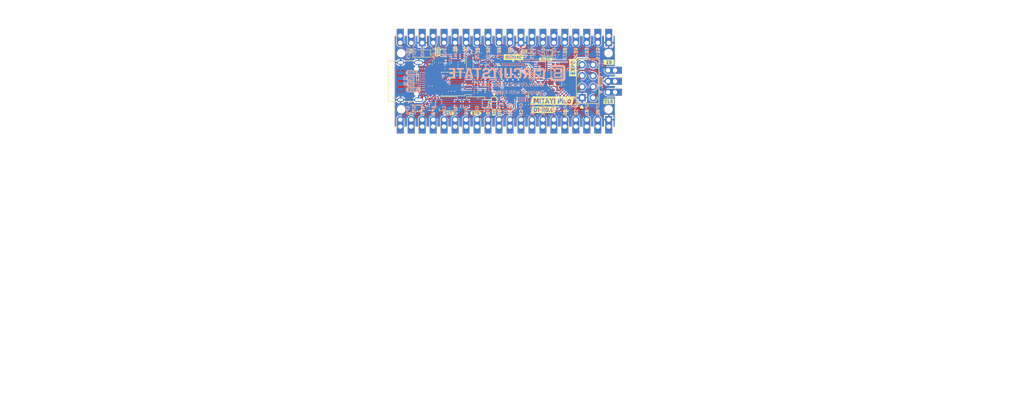
<source format=kicad_pcb>
(kicad_pcb (version 20241229) (generator "pcbnew") (generator_version "9.0")
  (title_block (title "Mitayi-Pico-D1") (date "2025-04-27") (rev "0.6") (company "CIRCUITSTATE Electronics LLP (www.circuitstate.com)") (comment 1 "Designed by: Vishnu Mohanan (@vishnumaiea)") (comment 2 "Released under MIT Open-source License"))
  (layers (0 "F.Cu" signal) (2 "B.Cu" signal) (13 "F.Paste" user) (15 "B.Paste" user) (5 "F.SilkS" user "F.Silkscreen") (7 "B.SilkS" user "B.Silkscreen") (1 "F.Mask" user) (3 "B.Mask" user) (25 "Edge.Cuts" user))
  (net 0 "")
  (net 1 "+1V1")
  (net 2 "GND")
  (net 3 "+3V3")
  (net 4 "VBUS")
  (net 5 "/RUN")
  (net 6 "/XIN")
  (net 7 "Net-(U2-BP)")
  (net 8 "/USB_D+")
  (net 9 "/USB_D-")
  (net 10 "Net-(C18-Pad1)")
  (net 11 "Net-(D2-A)")
  (net 12 "/GPIO0")
  (net 13 "/GPIO1")
  (net 14 "/GPIO2")
  (net 15 "/GPIO3")
  (net 16 "/GPIO4")
  (net 17 "/GPIO5")
  (net 18 "/GPIO6")
  (net 19 "/GPIO7")
  (net 20 "/GPIO8")
  (net 21 "/GPIO9")
  (net 22 "/GPIO10")
  (net 23 "/GPIO11")
  (net 24 "/GPIO12")
  (net 25 "/GPIO13")
  (net 26 "/GPIO14")
  (net 27 "/GPIO15")
  (net 28 "/GPIO16")
  (net 29 "/GPIO17")
  (net 30 "/GPIO18")
  (net 31 "/V_EN")
  (net 32 "/~{USB_BOOT}")
  (net 33 "/AREF")
  (net 34 "/GPIO29")
  (net 35 "/GPIO28")
  (net 36 "/GPIO27")
  (net 37 "/GPIO26")
  (net 38 "/GPIO25")
  (net 39 "/GPIO24")
  (net 40 "/GPIO23")
  (net 41 "/GPIO22")
  (net 42 "/GPIO21")
  (net 43 "/GPIO20")
  (net 44 "/GPIO19")
  (net 45 "/SWCLK")
  (net 46 "/SWDIO")
  (net 47 "/QSPI_SS")
  (net 48 "/XOUT")
  (net 49 "/QSPI_SD1")
  (net 50 "/QSPI_SD2")
  (net 51 "/QSPI_SD0")
  (net 52 "/QSPI_SCLK")
  (net 53 "/QSPI_SD3")
  (net 54 "Net-(D2-K)")
  (net 55 "Net-(D3-K)")
  (net 56 "Net-(J2-CC1)")
  (net 58 "Net-(J2-CC2)")
  (net 59 "/VSYS")
  (net 61 "Net-(JP6-C)")
  (net 62 "Net-(U3-USB-DP)")
  (net 63 "Net-(U3-USB-DM)")
  (footprint "Resistor_SMD:R_0402_1005Metric_Pad0.72x0.64mm_HandSolder" (layer "F.Cu") (at 153.21 82.4)
    (property "Reference" "JP5" (hide yes))
    (property "Value" "0R")
  )
  (footprint "kibuzzard-66126165" (layer "F.Cu") (at 144.5 96.6 90)
    (property "Reference" "kibuzzard-66126165" (hide yes))
    (property "Value" "G***" (hide yes))
  )
  (footprint "LED_SMD:LED_0603_1608Metric" (layer "F.Cu") (at 156.45 82.77 180)
    (property "Reference" "D2" (hide yes))
    (property "Value" "BLUE")
  )
  (footprint "Capacitor_SMD:C_0402_1005Metric" (layer "F.Cu") (at 158.72 91.29 180)
    (property "Reference" "C17" (hide yes))
    (property "Value" "30pF")
  )
  (footprint "kibuzzard-66CE1AA2" (layer "F.Cu") (at 158 93.8)
    (property "Reference" "kibuzzard-66CE1AA2" (hide yes))
    (property "Value" "G***" (hide yes))
  )
  (footprint "Capacitor_SMD:C_0402_1005Metric" (layer "F.Cu") (at 146.17 94.61 -90)
    (property "Reference" "C12" (hide yes))
    (property "Value" "0.1uF")
  )
  (footprint "kibuzzard-660C3D9D" (layer "F.Cu") (at 140.3 96.7)
    (property "Reference" "kibuzzard-660C3D9D" (hide yes))
    (property "Value" "G***" (hide yes))
  )
  (footprint "Capacitor_SMD:C_0603_1608Metric" (layer "F.Cu") (at 131.21 84.99 -90)
    (property "Reference" "C13" (hide yes))
    (property "Value" "10uF")
  )
  (footprint "Capacitor_SMD:C_0402_1005Metric" (layer "F.Cu") (at 152.1 94.72 -90)
    (property "Reference" "C6" (hide yes))
    (property "Value" "0.1uF")
  )
  (footprint "Capacitor_SMD:C_0402_1005Metric" (layer "F.Cu") (at 142.57 83.895 180)
    (property "Reference" "C11" (hide yes))
    (property "Value" "0.1uF")
  )
  (footprint "kibuzzard-680DC361" (layer "F.Cu") (at 162.75 86.15 90)
    (property "Reference" "kibuzzard-680DC361" (hide yes))
    (property "Value" "G***" (hide yes))
  )
  (footprint "kibuzzard-680DBDF9" (layer "F.Cu") (at 171.1 94.000001)
    (property "Reference" "kibuzzard-680DBDF9" (hide yes))
    (property "Value" "G***" (hide yes))
  )
  (footprint "kibuzzard-632CA15B" (layer "F.Cu") (at 149 83.725)
    (property "Reference" "kibuzzard-632CA15B" (hide yes))
    (property "Value" "G***" (hide yes))
  )
  (footprint "Capacitor_SMD:C_0402_1005Metric" (layer "F.Cu") (at 129.51 94.56 180)
    (property "Reference" "C19" (hide yes))
    (property "Value" "1uF")
  )
  (footprint "Resistor_SMD:R_0402_1005Metric" (layer "F.Cu") (at 140.33 91.95 -90)
    (property "Reference" "R2" (hide yes))
    (property "Value" "1K")
  )
  (footprint "Resistor_SMD:R_0402_1005Metric" (layer "F.Cu") (at 159.47 82.84 180)
    (property "Reference" "R7" (hide yes))
    (property "Value" "470R")
  )
  (footprint "MountingHole:MountingHole_2.2mm_M2" (layer "F.Cu") (at 171.01 82.8 90)
    (property "Reference" "H3" (hide yes))
    (property "Value" "MountingHole")
  )
  (footprint "Resistor_SMD:R_0402_1005Metric" (layer "F.Cu") (at 155.28 89.58)
    (property "Reference" "R10" (hide yes))
    (property "Value" "1K")
  )
  (footprint "kibuzzard-631DCDB3" (layer "F.Cu") (at 131.45 83)
    (property "Reference" "kibuzzard-631DCDB3" (hide yes))
    (property "Value" "G***" (hide yes))
  )
  (footprint "Capacitor_SMD:C_0402_1005Metric" (layer "F.Cu") (at 144.87 83.57 90)
    (property "Reference" "C10" (hide yes))
    (property "Value" "0.1uF")
  )
  (footprint "kibuzzard-680DC314" (layer "F.Cu") (at 171.093608 84.900001)
    (property "Reference" "kibuzzard-680DC314" (hide yes))
    (property "Value" "G***" (hide yes))
  )
  (footprint "CIRCUITSTATE-QFN:RP2040-QFN-56" (layer "F.Cu") (at 148.87 88.98 90)
    (property "Reference" "U3" (hide yes))
    (property "Value" "RP2040")
  )
  (footprint "Resistor_SMD:R_0402_1005Metric" (layer "F.Cu") (at 142.55 87.975)
    (property "Reference" "R5" (hide yes))
    (property "Value" "27R")
  )
  (footprint "Capacitor_SMD:C_0402_1005Metric" (layer "F.Cu") (at 155.27 87.05)
    (property "Reference" "C2" (hide yes))
    (property "Value" "0.1uF")
  )
  (footprint "Package_SO:SOIC-8_5.23x5.23mm_P1.27mm" (layer "F.Cu") (at 135.05 89.94 180)
    (property "Reference" "U1" (hide yes))
    (property "Value" "W25Q32JVSSIQ")
  )
  (footprint "Capacitor_SMD:C_0402_1005Metric" (layer "F.Cu") (at 142.475 89.08 180)
    (property "Reference" "C5" (hide yes))
    (property "Value" "1uF")
  )
  (footprint "Resistor_SMD:R_0402_1005Metric" (layer "F.Cu") (at 140.33 89.62 -90)
    (property "Reference" "R1" (hide yes))
    (property "Value" "DNP")
  )
  (footprint "Capacitor_SMD:C_0402_1005Metric" (layer "F.Cu") (at 142.56 85.87 180)
    (property "Reference" "C4" (hide yes))
    (property "Value" "1uF")
  )
  (footprint "Capacitor_SMD:C_0402_1005Metric" (layer "F.Cu") (at 129.8 92.89 90)
    (property "Reference" "C1" (hide yes))
    (property "Value" "0.1uF")
  )
  (footprint "Connector_PinHeader_2.54mm:PinHeader_1x03_P2.54mm_Vertical" (layer "F.Cu") (at 170.9 91.85 180)
    (property "Reference" "J5" (hide yes))
    (property "Value" "SWD")
  )
  (footprint "Resistor_SMD:R_0402_1005Metric_Pad0.72x0.64mm_HandSolder" (layer "F.Cu") (at 133.25 82.3 180)
    (property "Reference" "JP1" (hide yes))
    (property "Value" "0R")
  )
  (footprint "Resistor_SMD:R_0402_1005Metric" (layer "F.Cu") (at 139.31 82.5)
    (property "Reference" "R9" (hide yes))
    (property "Value" "10K")
  )
  (footprint "Capacitor_SMD:C_0402_1005Metric" (layer "F.Cu") (at 155.28 88.17 180)
    (property "Reference" "C9" (hide yes))
    (property "Value" "0.1uF")
  )
  (footprint "Capacitor_SMD:C_0402_1005Metric" (layer "F.Cu") (at 153.19 83.7)
    (property "Reference" "C8" (hide yes))
    (property "Value" "0.1uF")
  )
  (footprint "Capacitor_SMD:C_0603_1608Metric" (layer "F.Cu") (at 140.58 85.01 90)
    (property "Reference" "C15" (hide yes))
    (property "Value" "10uF")
  )
  (footprint "MountingHole:MountingHole_2.2mm_M2" (layer "F.Cu") (at 171.01 95.8 90)
    (property "Reference" "H2" (hide yes))
    (property "Value" "MountingHole")
  )
  (footprint "CIRCUITSTATE_Connector_USB:USB_C_Receptacle_HRO_TYPE-C-31-M-12" (layer "F.Cu") (at 123.93 89.29 -90)
    (property "Reference" "J2" (hide yes))
    (property "Value" "USB-C-2.0")
  )
  (footprint "CIRCUITSTATE_Jumper_SMD:SolderJumper-3_P0.83mm_Open_Rounded-Pad_0.85x1mm" (layer "F.Cu") (at 144.535 94.365 -90)
    (property "Reference" "JP6" (hide yes))
    (property "Value" "BTN_SEL")
  )
  (footprint "Capacitor_SMD:C_0402_1005Metric" (layer "F.Cu") (at 133.18 86.04 180)
    (property "Reference" "C16" (hide yes))
    (property "Value" "470pF")
  )
  (footprint "Resistor_SMD:R_0402_1005Metric_Pad0.72x0.64mm_HandSolder" (layer "F.Cu") (at 133.25 84.05)
    (property "Reference" "JP4" (hide yes))
    (property "Value" "0R")
  )
  (footprint "Resistor_SMD:R_0402_1005Metric" (layer "F.Cu") (at 129.8 90.45 -90)
    (property "Reference" "R4" (hide yes))
    (property "Value" "5.1K")
  )
  (footprint "Crystal:Crystal_SMD_3225-4Pin_3.2x2.5mm" (layer "F.Cu") (at 158.55 88.37 90)
    (property "Reference" "Y1" (hide yes))
    (property "Value" "YIC-12M20P2/XT324-10/10")
  )
  (footprint "Resistor_SMD:R_0402_1005Metric" (layer "F.Cu") (at 129.48 95.63 180)
    (property "Reference" "R8" (hide yes))
    (property "Value" "470R")
  )
  (footprint "Diode_SMD:D_SOD-323_HandSoldering" (layer "F.Cu") (at 127.9 82.9 180)
    (property "Reference" "D1" (hide yes))
    (property "Value" "BS5817WS")
  )
  (footprint "LED_SMD:LED_0603_1608Metric" (layer "F.Cu") (at 126.3 95.6 180)
    (property "Reference" "D3" (hide yes))
    (property "Value" "RED")
  )
  (footprint "MountingHole:MountingHole_2.2mm_M2" (layer "F.Cu") (at 123.01 82.8 90)
    (property "Reference" "H4" (hide yes))
    (property "Value" "MountingHole")
  )
  (footprint "kibuzzard-631DCE60" (layer "F.Cu") (at 151.4 82.4)
    (property "Reference" "kibuzzard-631DCE60" (hide yes))
    (property "Value" "G***" (hide yes))
  )
  (footprint "MountingHole:MountingHole_2.2mm_M2" (layer "F.Cu") (at 123.01 95.8 90)
    (property "Reference" "H1" (hide yes))
    (property "Value" "MountingHole")
  )
  (footprint "CIRCUITSTATE_Switch_SMD:CK_SW_SPST_UK-B0273-SP25Y" (layer "F.Cu") (at 133.9 94.5)
    (property "Reference" "SW1" (hide yes))
    (property "Value" "UK-B0273-SP25Y")
  )
  (footprint "Capacitor_SMD:C_0402_1005Metric" (layer "F.Cu") (at 158.69 85.47)
    (property "Reference" "C18" (hide yes))
    (property "Value" "30pF")
  )
  (footprint "kibuzzard-631DCCC7" (layer "F.Cu") (at 134 96.7)
    (property "Reference" "kibuzzard-631DCCC7" (hide yes))
    (property "Value" "G***" (hide yes))
  )
  (footprint "Capacitor_SMD:C_0402_1005Metric" (layer "F.Cu") (at 142.47 90.08 180)
    (property "Reference" "C7" (hide yes))
    (property "Value" "0.1uF")
  )
  (footprint "Resistor_SMD:R_0402_1005Metric" (layer "F.Cu") (at 142.55 86.975)
    (property "Reference" "R6" (hide yes))
    (property "Value" "27R")
  )
  (footprint "kibuzzard-631DCD0C" (layer "F.Cu") (at 156.45 84.2)
    (property "Reference" "kibuzzard-631DCD0C" (hide yes))
    (property "Value" "G***" (hide yes))
  )
  (footprint "kibuzzard-66CE1AF9" (layer "F.Cu") (at 156 95.9)
    (property "Reference" "kibuzzard-66CE1AF9" (hide yes))
    (property "Value" "G***" (hide yes))
  )
  (footprint "CIRCUITSTATE-Connector-Pin-Headers:PinHeader_1x20_2H_P2.54mm_Vertical" (layer "F.Cu") (at 122.8 98.2 90)
    (property "Reference" "J3" (hide yes))
    (property "Value" "Header-1")
  )
  (footprint "Capacitor_Tantalum_SMD:CP_EIA-2012-12_Kemet-R" (layer "F.Cu") (at 138.9 84.765 90)
    (property "Reference" "C14" (hide yes))
    (property "Value" "2.2uF")
  )
  (footprint "Resistor_SMD:R_0402_1005Metric" (layer "F.Cu") (at 129.8 85.4 90)
    (property "Reference" "R3" (hide yes))
    (property "Value" "5.1K")
  )
  (footprint "Package_TO_SOT_SMD:SOT-23-5" (layer "F.Cu") (at 136.17 84.45 -90)
    (property "Reference" "U2" (hide yes))
    (property "Value" "MIC5219-3.3YM5")
  )
  (footprint "Resistor_SMD:R_0402_1005Metric" (layer "F.Cu") (at 142.47 91.47)
    (property "Reference" "R11" (hide yes))
    (property "Value" "5.1K")
  )
  (footprint "CIRCUITSTATE_Switch_SMD:CK_SW_SPST_UK-B0273-SP25Y" (layer "F.Cu") (at 140.265 94.515 180)
    (property "Reference" "SW2" (hide yes))
    (property "Value" "UK-B0273-SP25Y")
  )
  (footprint "kibuzzard-631DCDA0" (layer "F.Cu") (at 131.45 81.9)
    (property "Reference" "kibuzzard-631DCDA0" (hide yes))
    (property "Value" "G***" (hide yes))
  )
  (footprint "kibuzzard-680DBD88" (layer "B.Cu") (at 125.05 88.65 180)
    (property "Reference" "kibuzzard-680DBD88" (hide yes))
    (property "Value" "G***" (hide yes))
  )
  (footprint "CIRCUITSTATE_Pads:Solderpad_Rounded_Rectangle_0.8x1.3mm" (layer "B.Cu") (at 122.875 89.941666 -90)
    (property "Reference" "J9" (hide yes))
    (property "Value" "DP")
  )
  (footprint "Connector_PinHeader_2.54mm:PinHeader_2x04_P2.54mm_Vertical" (layer "B.Cu") (at 164.9 93.125)
    (property "Reference" "J1" (hide yes))
    (property "Value" "EXP8")
  )
  (footprint "CIRCUITSTATE-Graphics:Circuitstate-Logomark-27x3.8mm" (layer "B.Cu") (at 147.55 87.4 180)
    (property "Reference" "G***" (hide yes))
    (property "Value" "LOGO" (hide yes))
  )
  (footprint "LOGO" (layer "B.Cu") (at 129.9 89.6 -90)
    (property "Reference" "G***" (hide yes))
    (property "Value" "LOGO" (hide yes))
  )
  (footprint "kibuzzard-680DBDCE" (layer "B.Cu") (at 169.1 89.3 -90)
    (property "Reference" "kibuzzard-680DBDCE" (hide yes))
    (property "Value" "G***" (hide yes))
  )
  (footprint "CIRCUITSTATE-Connector-Pin-Headers:PinHeader_1x20_2H_P2.54mm_Vertical" (layer "B.Cu") (at 122.8 80.4 -90)
    (property "Reference" "J4" (hide yes))
    (property "Value" "Header-2")
  )
  (footprint "kibuzzard-680DBD8D" (layer "B.Cu") (at 125.056575 89.95 180)
    (property "Reference" "kibuzzard-680DBD8D" (hide yes))
    (property "Value" "G***" (hide yes))
  )
  (footprint "kibuzzard-680DBD83" (layer "B.Cu") (at 125.380776 87.35 180)
    (property "Reference" "kibuzzard-680DBD83" (hide yes))
    (property "Value" "G***" (hide yes))
  )
  (footprint "CIRCUITSTATE_Pads:Solderpad_Rounded_Rectangle_0.8x1.3mm" (layer "B.Cu") (at 122.875 88.658333 -90)
    (property "Reference" "J8" (hide yes))
    (property "Value" "DM")
  )
  (footprint "CIRCUITSTATE_Pads:Solderpad_Rounded_Rectangle_0.8x1.3mm" (layer "B.Cu") (at 122.875 91.225 -90)
    (property "Reference" "J7" (hide yes))
    (property "Value" "VBUS")
  )
  (footprint "kibuzzard-680DBD96" (layer "B.Cu") (at 125.729269 91.25 180)
    (property "Reference" "kibuzzard-680DBD96" (hide yes))
    (property "Value" "G***" (hide yes))
  )
  (footprint "CIRCUITSTATE_Pads:Solderpad_Rectangle_0.8x1.3mm_Chamfered" (layer "B.Cu") (at 122.875 87.375 -90)
    (property "Reference" "J10" (hide yes))
    (property "Value" "GND")
  )
  (gr_line (start 168.8 84.15) (end 168.8 94.45) (stroke (width 0.15)) (layer "F.SilkS"))
  (gr_line (start 163.55 84.15) (end 168.8 84.15) (stroke (width 0.15)) (layer "F.SilkS"))
  (gr_line (start 163.55 84.15) (end 163.55 94.45) (stroke (width 0.15)) (layer "F.SilkS"))
  (gr_line (start 168.8 94.45) (end 163.55 94.45) (stroke (width 0.15)) (layer "F.SilkS"))
  (gr_line (start 121.5 99.8) (end 121.5 78.8) (stroke (width 0.1)) (layer "Edge.Cuts"))
  (gr_line (start 172.5 78.8) (end 172.5 99.8) (stroke (width 0.1)) (layer "Edge.Cuts"))
  (gr_line (start 121.5 78.8) (end 172.5 78.8) (stroke (width 0.1)) (layer "Edge.Cuts"))
  (gr_line (start 172.5 99.8) (end 121.5 99.8) (stroke (width 0.1)) (layer "Edge.Cuts"))
  (gr_text "23" (at 166 82.2 90) (layer "F.SilkS") (effects (font (size 0.7 0.7))))
  (gr_text "35" (at 135.5 81.9 0) (layer "F.SilkS") (effects (font (size 0.7 0.7))))
  (gr_text "18" (at 166 96.5 90) (layer "F.SilkS") (effects (font (size 0.7 0.7))))
  (gr_text "10" (at 145.8 96.5 90) (layer "F.SilkS") (effects (font (size 0.7 0.7))))
  (gr_text "16" (at 160.9 96.5 90) (layer "F.SilkS") (effects (font (size 0.7 0.7))))
  (gr_text "9" (at 143.1 96.705026 90) (layer "F.SilkS") (effects (font (size 0.7 0.7))))
  (gr_text "39" (at 125.4 82.4 90) (layer "F.SilkS") (effects (font (size 0.7 0.7))))
  (gr_text "17" (at 163.5 96.5 90) (layer "F.SilkS") (effects (font (size 0.7 0.7))))
  (gr_text "32" (at 143.2 82.1 90) (layer "F.SilkS") (effects (font (size 0.7 0.7))))
  (gr_text "▼" (at 164.85 95.25 180) (layer "F.SilkS") (effects (font (size 0.8 0.8))))
  (gr_text "31" (at 145.7 82.1 90) (layer "F.SilkS") (effects (font (size 0.7 0.7))))
  (gr_text "34" (at 137.8 81.9 0) (layer "F.SilkS") (effects (font (size 0.7 0.7))))
  (gr_text "11" (at 148.2 96.5 90) (layer "F.SilkS") (effects (font (size 0.7 0.7))))
  (gr_text "22" (at 168.6 82.2 90) (layer "F.SilkS") (effects (font (size 0.7 0.7))))
  (gr_text "7" (at 138.1 96.805026 90) (layer "F.SilkS") (effects (font (size 0.7 0.7))))
  (gr_text "33" (at 140.8 82.2 90) (layer "F.SilkS") (effects (font (size 0.7 0.7))))
  (gr_text "25" (at 161 82.2 90) (layer "F.SilkS") (effects (font (size 0.7 0.7))))
  (gr_text "4" (at 130.45 96.8 90) (layer "F.SilkS") (effects (font (size 0.7 0.7))))
  (gr_text "3" (at 128 96.805026 90) (layer "F.SilkS") (effects (font (size 0.7 0.7))))
  (gr_text "19" (at 168.6 96.5 90) (layer "F.SilkS") (effects (font (size 0.7 0.7))))
  (gr_text "2" (at 125.4 96.805026 90) (layer "F.SilkS") (effects (font (size 0.7 0.7))))
  (gr_text "▼" (at 144.55 92.35 0) (layer "F.SilkS") (effects (font (size 0.7 0.7))))
  (gr_text "12" (at 150.8 96.5 90) (layer "F.SilkS") (effects (font (size 0.7 0.7))))
  (gr_text "30" (at 148.2 82.1 90) (layer "F.SilkS") (effects (font (size 0.7 0.7))))
  (gr_text "24" (at 163.5 82.2 90) (layer "F.SilkS") (effects (font (size 0.7 0.7))))
  (gr_text "▼" (at 148.95 84.45 0) (layer "F.SilkS") (effects (font (size 0.8 0.8))))
  (gr_text "GP18" (at 168.55 97.15 90) (layer "B.SilkS") (effects (font (size 0.7 0.7)) (justify right mirror)))
  (gr_text "GP5" (at 135.6 97.15 90) (layer "B.SilkS") (effects (font (size 0.7 0.7)) (justify right mirror)))
  (gr_text "GP24" (at 155.9 82.9 90) (layer "B.SilkS") (effects (font (size 0.7 0.7)) (justify mirror)))
  (gr_text "GP29" (at 140.6 82.9 90) (layer "B.SilkS") (effects (font (size 0.7 0.7)) (justify mirror)))
  (gr_text "GND" (at 127.95 82.6 90) (layer "B.SilkS") (effects (font (size 0.7 0.7)) (justify mirror)))
  (gr_text "GND" (at 150.8 82.6 90) (layer "B.SilkS") (effects (font (size 0.7 0.7)) (justify mirror)))
  (gr_text "VSYS" (at 126.1 82.8 90) (layer "B.SilkS") (effects (font (size 0.7 0.7)) (justify mirror)))
  (gr_text "GP1" (at 126 97.15 90) (layer "B.SilkS") (effects (font (size 0.7 0.7)) (justify right mirror)))
  (gr_text "AREF" (at 138.1 82.8 90) (layer "B.SilkS") (effects (font (size 0.7 0.7)) (justify mirror)))
  (gr_text "GP13" (at 155.9 97.15 90) (layer "B.SilkS") (effects (font (size 0.7 0.7)) (justify right mirror)))
  (gr_text "GP0" (at 124.6 97.15 90) (layer "B.SilkS") (effects (font (size 0.7 0.7)) (justify right mirror)))
  (gr_text "VBUS" (at 124.6 82.883333 90) (layer "B.SilkS") (effects (font (size 0.7 0.7)) (justify mirror)))
  (gr_text "www.circuitstate.com" (at 156.1 90.05 0) (layer "B.SilkS") (effects (font (size 1.2 1.2) (thickness 0.5) (bold yes)) (justify left mirror)))
  (gr_text "GP4" (at 133 97.15 90) (layer "B.SilkS") (effects (font (size 0.7 0.7)) (justify right mirror)))
  (gr_text "GP27" (at 145.7 82.9 90) (layer "B.SilkS") (effects (font (size 0.7 0.7)) (justify mirror)))
  (gr_text "RUN" (at 135.6 82.616666 90) (layer "B.SilkS") (effects (font (size 0.7 0.7)) (justify mirror)))
  (gr_text "GP11" (at 150.8 97.15 90) (layer "B.SilkS") (effects (font (size 0.7 0.7)) (justify right mirror)))
  (gr_text "GP7" (at 140.6 97.15 90) (layer "B.SilkS") (effects (font (size 0.7 0.7)) (justify right mirror)))
  (gr_text "GP25" (at 153.3 82.9 90) (layer "B.SilkS") (effects (font (size 0.7 0.7)) (justify mirror)))
  (gr_text "GP16" (at 163.5 97.15 90) (layer "B.SilkS") (effects (font (size 0.7 0.7)) (justify right mirror)))
  (gr_text "GP22" (at 160.9 82.9 90) (layer "B.SilkS") (effects (font (size 0.7 0.7)) (justify mirror)))
  (gr_text "▼" (at 163.2 93.1 90) (layer "B.SilkS") (effects (font (size 0.8 0.8)) (justify mirror)))
  (gr_text "3V3" (at 133.1 82.5 90) (layer "B.SilkS") (effects (font (size 0.7 0.7)) (justify mirror)))
  (gr_text "GP2" (at 128 97.15 90) (layer "B.SilkS") (effects (font (size 0.7 0.7)) (justify right mirror)))
  (gr_text "GP26" (at 148.2 82.9 90) (layer "B.SilkS") (effects (font (size 0.7 0.7)) (justify mirror)))
  (gr_text "GP6" (at 138.1 97.15 90) (layer "B.SilkS") (effects (font (size 0.7 0.7)) (justify right mirror)))
  (gr_text "GP20" (at 166.05 82.9 90) (layer "B.SilkS") (effects (font (size 0.7 0.7)) (justify mirror)))
  (gr_text "GP12" (at 153.4 97.15 90) (layer "B.SilkS") (effects (font (size 0.7 0.7)) (justify right mirror)))
  (gr_text "GP17" (at 166.05 97.15 90) (layer "B.SilkS") (effects (font (size 0.7 0.7)) (justify right mirror)))
  (gr_text "GP19" (at 168.6 82.9 90) (layer "B.SilkS") (effects (font (size 0.7 0.7)) (justify mirror)))
  (gr_text "GP28" (at 143.2 82.9 90) (layer "B.SilkS") (effects (font (size 0.7 0.7)) (justify mirror)))
  (gr_text "GP21" (at 163.4 82.9 90) (layer "B.SilkS") (effects (font (size 0.7 0.7)) (justify mirror)))
  (gr_text "▼" (at 169.2 91.8 90) (layer "B.SilkS") (effects (font (size 0.8 0.8)) (justify mirror)))
  (gr_text "GP8" (at 143.2 97.15 90) (layer "B.SilkS") (effects (font (size 0.7 0.7)) (justify right mirror)))
  (gr_text "GP10" (at 148.3 97.15 90) (layer "B.SilkS") (effects (font (size 0.7 0.7)) (justify right mirror)))
  (gr_text "GP9" (at 145.65 97.15 90) (layer "B.SilkS") (effects (font (size 0.7 0.7)) (justify right mirror)))
  (gr_text "V_EN" (at 130.5 82.783333 90) (layer "B.SilkS") (effects (font (size 0.7 0.7)) (justify mirror)))
  (gr_text "GP23" (at 158.4 82.9 90) (layer "B.SilkS") (effects (font (size 0.7 0.7)) (justify mirror)))
  (gr_text "Designed with KiCad" (at 156.1 91.85 0) (layer "B.SilkS") (effects (font (size 1 1) (thickness 0.3) (bold yes)) (justify left mirror)))
  (gr_text "GP15" (at 161 97.15 90) (layer "B.SilkS") (effects (font (size 0.7 0.7)) (justify right mirror)))
  (gr_text "GP14" (at 158.4 97.15 90) (layer "B.SilkS") (effects (font (size 0.7 0.7)) (justify right mirror)))
  (gr_text "GP3" (at 130.5 97.15 90) (layer "B.SilkS") (effects (font (size 0.7 0.7)) (justify right mirror)))
  (segment (start 150.365736 86.9) (end 147.1 86.9) (width 0.2) (layer "F.Cu") (net 1))
  (segment (start 146.7 87.3) (end 146.7 88.8) (width 0.2) (layer "F.Cu") (net 1))
  (segment (start 147.1 86.9) (end 146.7 87.3) (width 0.2) (layer "F.Cu") (net 1))
  (segment (start 143.8 86.5) (end 143.7575 86.5) (width 0.2) (layer "F.Cu") (net 1))
  (segment (start 154.7025 87.05) (end 154.59727 87.05) (width 0.2) (layer "F.Cu") (net 1))
  (segment (start 145.4325 89.18) (end 146.32 89.18) (width 0.2) (layer "F.Cu") (net 1))
  (segment (start 144.48 87.18) (end 145.4325 87.18) (width 0.2) (layer "F.Cu") (net 1))
  (segment (start 146.7 88.8) (end 146.5 89) (width 0.2) (layer "F.Cu") (net 1))
  (segment (start 143.7575 86.5) (end 143.1275 85.87) (width 0.2) (layer "F.Cu") (net 1))
  (segment (start 143.8 86.5) (end 144.48 87.18) (width 0.2) (layer "F.Cu") (net 1))
  (segment (start 152.3075 88.38) (end 151.845736 88.38) (width 0.2) (layer "F.Cu") (net 1))
  (segment (start 153.26727 88.38) (end 152.3075 88.38) (width 0.2) (layer "F.Cu") (net 1))
  (segment (start 151.845736 88.38) (end 150.365736 86.9) (width 0.2) (layer "F.Cu") (net 1))
  (segment (start 154.59727 87.05) (end 153.26727 88.38) (width 0.2) (layer "F.Cu") (net 1))
  (segment (start 146.32 89.18) (end 146.5 89) (width 0.2) (layer "F.Cu") (net 1))
  (via (at 143.8 86.5) (size 0.4) (drill 0.2) (layers "F.Cu" "B.Cu") (net 1))
  (via (at 146.5 89) (size 0.4) (drill 0.2) (layers "F.Cu" "B.Cu") (net 1))
  (segment (start 146.5 88.1) (end 146.5 89) (width 0.2) (layer "B.Cu") (net 1))
  (segment (start 143.8 86.5) (end 144.9 86.5) (width 0.2) (layer "B.Cu") (net 1))
  (segment (start 144.9 86.5) (end 146.5 88.1) (width 0.2) (layer "B.Cu") (net 1))
  (segment (start 152.3075 89.98) (end 153.58 89.98) (width 0.2) (layer "F.Cu") (net 2))
  (segment (start 140.58 84.235) (end 139.2575 84.235) (width 0.4) (layer "F.Cu") (net 2))
  (segment (start 131.21 85.765) (end 131.435 85.765) (width 0.4) (layer "F.Cu") (net 2))
  (segment (start 154.9 91.3) (end 157.1 91.3) (width 0.2) (layer "F.Cu") (net 2))
  (segment (start 128.03 92.39) (end 128.03 92.69) (width 0.3) (layer "F.Cu") (net 2))
  (segment (start 154.7125 88.17) (end 154.7175 88.17) (width 0.3) (layer "F.Cu") (net 2))
  (segment (start 136.35 86.55) (end 136.2 86.4) (width 0.3) (layer "F.Cu") (net 2))
  (segment (start 141.83 85.87) (end 141.15 86.55) (width 0.3) (layer "F.Cu") (net 2))
  (segment (start 136.17 83.3125) (end 136.17 84.87) (width 0.4) (layer "F.Cu") (net 2))
  (segment (start 153.58 89.98) (end 154.9 91.3) (width 0.2) (layer "F.Cu") (net 2))
  (segment (start 130.0775 95.63) (end 130.0125 95.63) (width 0.3) (layer "F.Cu") (net 2))
  (segment (start 136.17 84.87) (end 136.2 84.9) (width 0.4) (layer "F.Cu") (net 2))
  (segment (start 139.2575 84.235) (end 138.9 83.8775) (width 0.4) (layer "F.Cu") (net 2))
  (segment (start 128.03 92.69) (end 127.11 93.61) (width 0.3) (layer "F.Cu") (net 2))
  (segment (start 130.0125 95.63) (end 128.9425 94.56) (width 0.3) (layer "F.Cu") (net 2))
  (segment (start 141.9925 85.87) (end 141.83 85.87) (width 0.3) (layer "F.Cu") (net 2))
  (segment (start 155.24375 87.64375) (end 155.8375 87.05) (width 0.3) (layer "F.Cu") (net 2))
  (segment (start 131.435 85.765) (end 132.2 85) (width 0.4) (layer "F.Cu") (net 2))
  (segment (start 141.15 86.55) (end 136.35 86.55) (width 0.3) (layer "F.Cu") (net 2))
  (segment (start 154.7175 88.17) (end 155.24375 87.64375) (width 0.3) (layer "F.Cu") (net 2))
  (via (at 170.7 84.5) (size 0.4) (drill 0.2) (layers "F.Cu" "B.Cu") (net 2))
  (via (at 145.7 84.1) (size 0.4) (drill 0.2) (layers "F.Cu" "B.Cu") (net 2))
  (via (at 160.8 90) (size 0.4) (drill 0.2) (layers "F.Cu" "B.Cu") (net 2))
  (via (at 131.6 81.2) (size 0.4) (drill 0.2) (layers "F.Cu" "B.Cu") (net 2))
  (via (at 171.6 94.2) (size 0.4) (drill 0.2) (layers "F.Cu" "B.Cu") (net 2))
  (via (at 134.2 84.8) (size 0.4) (drill 0.2) (layers "F.Cu" "B.Cu") (net 2))
  (via (at 143.4 85.1) (size 0.4) (drill 0.2) (layers "F.Cu" "B.Cu") (net 2))
  (via (at 163.1 85.9) (size 0.4) (drill 0.2) (layers "F.Cu" "B.Cu") (net 2))
  (via (at 136.2 84.9) (size 0.4) (drill 0.2) (layers "F.Cu" "B.Cu") (net 2))
  (via (at 144.5 86) (size 0.4) (drill 0.2) (layers "F.Cu" "B.Cu") (net 2))
  (via (at 141.6 82.8) (size 0.4) (drill 0.2) (layers "F.Cu" "B.Cu") (net 2))
  (via (at 162 87.4) (size 0.4) (drill 0.2) (layers "F.Cu" "B.Cu") (net 2))
  (via (at 135.9 88) (size 0.4) (drill 0.2) (layers "F.Cu" "B.Cu") (net 2))
  (via (at 139.1 92.7) (size 0.4) (drill 0.2) (layers "F.Cu" "B.Cu") (net 2))
  (via (at 149.4 81.2) (size 0.4) (drill 0.2) (layers "F.Cu" "B.Cu") (net 2))
  (via (at 134.7 91.6) (size 0.4) (drill 0.2) (layers "F.Cu" "B.Cu") (net 2))
  (via (at 168.6 86.3) (size 0.4) (drill 0.2) (layers "F.Cu" "B.Cu") (net 2))
  (via (at 166.2 86.1) (size 0.4) (drill 0.2) (layers "F.Cu" "B.Cu") (net 2))
  (via (at 134.2 95.6) (size 0.4) (drill 0.2) (layers "F.Cu" "B.Cu") (net 2))
  (via (at 157.1 81.3) (size 0.4) (drill 0.2) (layers "F.Cu" "B.Cu") (net 2))
  (via (at 167.2 97.3) (size 0.4) (drill 0.2) (layers "F.Cu" "B.Cu") (net 2))
  (via (at 142.8 85.1) (size 0.4) (drill 0.2) (layers "F.Cu" "B.Cu") (net 2))
  (via (at 128 96.8) (size 0.4) (drill 0.2) (layers "F.Cu" "B.Cu") (net 2))
  (via (at 154.6 97.2) (size 0.4) (drill 0.2) (layers "F.Cu" "B.Cu") (net 2))
  (via (at 171.6 84.5) (size 0.4) (drill 0.2) (layers "F.Cu" "B.Cu") (net 2))
  (via (at 157.3 97.2) (size 0.4) (drill 0.2) (layers "F.Cu" "B.Cu") (net 2))
  (via (at 159.2 83.7) (size 0.4) (drill 0.2) (layers "F.Cu" "B.Cu") (net 2))
  (via (at 155.24375 87.64375) (size 0.4) (drill 0.2) (layers "F.Cu" "B.Cu") (net 2))
  (via (at 136.2 85.9) (size 0.4) (drill 0.2) (layers "F.Cu" "B.Cu") (net 2))
  (via (at 167.3 80.9) (size 0.4) (drill 0.2) (layers "F.Cu" "B.Cu") (net 2))
  (via (at 170 88) (size 0.4) (drill 0.2) (layers "F.Cu" "B.Cu") (net 2))
  (via (at 132.2 85) (size 0.4) (drill 0.2) (layers "F.Cu" "B.Cu") (net 2))
  (via (at 138.1 96.7) (size 0.4) (drill 0.2) (layers "F.Cu" "B.Cu") (net 2))
  (via (at 136.2 85.4) (size 0.4) (drill 0.2) (layers "F.Cu" "B.Cu") (net 2))
  (via (at 154.5 81.2) (size 0.4) (drill 0.2) (layers "F.Cu" "B.Cu") (net 2))
  (via (at 134 91.6) (size 0.4) (drill 0.2) (layers "F.Cu" "B.Cu") (net 2))
  (via (at 164.4 97.2) (size 0.4) (drill 0.2) (layers "F.Cu" "B.Cu") (net 2))
  (via (at 159.5 97.2) (size 0.4) (drill 0.2) (layers "F.Cu" "B.Cu") (net 2))
  (via (at 157.1 91.3) (size 0.4) (drill 0.2) (layers "F.Cu" "B.Cu") (net 2))
  (via (at 140.2 88) (size 0.4) (drill 0.2) (layers "F.Cu" "B.Cu") (net 2))
  (via (at 136.2 86.4) (size 0.4) (drill 0.2) (layers "F.Cu" "B.Cu") (net 2))
  (via (at 152.1 97.2) (size 0.4) (drill 0.2) (layers "F.Cu" "B.Cu") (net 2))
  (via (at 129.2 81.2) (size 0.4) (drill 0.2) (layers "F.Cu" "B.Cu") (net 2))
  (via (at 135.4 91.6) (size 0.4) (drill 0.2) (layers "F.Cu" "B.Cu") (net 2))
  (via (at 166.175 89.225) (size 0.4) (drill 0.2) (layers "F.Cu" "B.Cu") (net 2))
  (via (at 170.7 94.2) (size 0.4) (drill 0.2) (layers "F.Cu" "B.Cu") (net 2))
  (via (at 162.2 81.3) (size 0.4) (drill 0.2) (layers "F.Cu" "B.Cu") (net 2))
  (via (at 169.8 84.5) (size 0.4) (drill 0.2) (layers "F.Cu" "B.Cu") (net 2))
  (via (at 169.8 94.2) (size 0.4) (drill 0.2) (layers "F.Cu" "B.Cu") (net 2))
  (via (at 135.9 96.7) (size 0.4) (drill 0.2) (layers "F.Cu" "B.Cu") (net 2))
  (via (at 133.5 88) (size 0.4) (drill 0.2) (layers "F.Cu" "B.Cu") (net 2))
  (via (at 134.2 85.3) (size 0.4) (drill 0.2) (layers "F.Cu" "B.Cu") (net 2))
  (via (at 153.8 92.8) (size 0.4) (drill 0.2) (layers "F.Cu" "B.Cu") (net 2))
  (via (at 169.7 81.5) (size 0.4) (drill 0.2) (layers "F.Cu" "B.Cu") (net 2))
  (via (at 162.2 97.2) (size 0.4) (drill 0.2) (layers "F.Cu" "B.Cu") (net 2))
  (via (at 146.1 84.5) (size 0.4) (drill 0.2) (layers "F.Cu" "B.Cu") (net 2))
  (segment (start 156.6 84.6) (end 156.5 84.5) (width 0.3) (layer "F.Cu") (net 3))
  (segment (start 145.4325 88.78) (end 145.4325 88.38) (width 0.2) (layer "F.Cu") (net 3))
  (segment (start 143.0375 90.7375) (end 141.3375 90.7375) (width 0.3) (layer "F.Cu") (net 3))
  (segment (start 143.0375 90.08) (end 143.0375 89.085) (width 0.3) (layer "F.Cu") (net 3))
  (segment (start 143.0375 90.08) (end 143.0375 90.7375) (width 0.3) (layer "F.Cu") (net 3))
  (segment (start 149.87 91.63) (end 150.02 91.63) (width 0.2) (layer "F.Cu") (net 3))
  (segment (start 168.3 83.4) (end 169.3 84.4) (width 0.3) (layer "F.Cu") (net 3))
  (segment (start 149.87 85.5425) (end 149.87 86.28) (width 0.2) (layer "F.Cu") (net 3))
  (segment (start 156.7 84.7) (end 156.6 84.6) (width 0.3) (layer "F.Cu") (net 3))
  (segment (start 137.8625 85.4875) (end 138.735 85.4875) (width 0.3) (layer "F.Cu") (net 3))
  (segment (start 151.3 89.3) (end 151.82 88.78) (width 0.2) (layer "F.Cu") (net 3))
  (segment (start 141.665 84.7) (end 142.3325 84.7) (width 0.3) (layer "F.Cu") (net 3))
  (segment (start 137.5 82.1) (end 135.133604 82.1) (width 0.3) (layer "F.Cu") (net 3))
  (segment (start 137.8625 82.4625) (end 138.675 82.4625) (width 0.3) (layer "F.Cu") (net 3))
  (segment (start 145.4325 86.78) (end 146.22 86.78) (width 0.2) (layer "F.Cu") (net 3))
  (segment (start 146.27 85.5425) (end 144.87 84.1425) (width 0.2) (layer "F.Cu") (net 3))
  (segment (start 125.5125 95.2875) (end 126.2 94.6) (width 0.3) (layer "F.Cu") (net 3))
  (segment (start 140.4475 85.6525) (end 140.58 85.785) (width 0.3) (layer "F.Cu") (net 3))
  (segment (start 142.3325 84.7) (end 143.1375 83.895) (width 0.3) (layer "F.Cu") (net 3))
  (segment (start 140.58 85.785) (end 141.665 84.7) (width 0.3) (layer "F.Cu") (net 3))
  (segment (start 134.233604 83) (end 133 83) (width 0.3) (layer "F.Cu") (net 3))
  (segment (start 146.4 86.5) (end 146.27 86.63) (width 0.2) (layer "F.Cu") (net 3))
  (segment (start 145.65 93.61) (end 146.17 94.13) (width 0.2) (layer "F.Cu") (net 3))
  (segment (start 141 89.6925) (end 140.33 89.0225) (width 0.3) (layer "F.Cu") (net 3))
  (segment (start 129.8 93.4575) (end 129.8375 93.4575) (width 0.3) (layer "F.Cu") (net 3))
  (segment (start 156.5 84.5) (end 153.3 84.5) (width 0.3) (layer "F.Cu") (net 3))
  (segment (start 151.82 88.78) (end 152.3075 88.78) (width 0.2) (layer "F.Cu") (net 3))
  (segment (start 151.873 83.5305) (end 150.711756 83.5305) (width 0.2) (layer "F.Cu") (net 3))
  (segment (start 135.133604 82.1) (end 134.233604 83) (width 0.3) (layer "F.Cu") (net 3))
  (segment (start 152.3075 88.78) (end 155.52 88.78) (width 0.2) (layer "F.Cu") (net 3))
  (segment (start 155.8475 88.17) (end 156.7 87.3175) (width 0.3) (layer "F.Cu") (net 3))
  (segment (start 132.81 82.3) (end 132.81 80.55) (width 0.3) (layer "F.Cu") (net 3))
  (segment (start 137.8625 85.4875) (end 137.8625 82.4625) (width 0.3) (layer "F.Cu") (net 3))
  (segment (start 152.6225 83.8225) (end 152.6225 83.7) (width 0.3) (layer "F.Cu") (net 3))
  (segment (start 143.38 84.1375) (end 143.9625 84.1375) (width 0.3) (layer "F.Cu") (net 3))
  (segment (start 150.02 91.63) (end 150.775 90.875) (width 0.2) (layer "F.Cu") (net 3))
  (segment (start 141.3375 90.7375) (end 141 90.4) (width 0.3) (layer "F.Cu") (net 3))
  (segment (start 143.1375 83.895) (end 143.38 84.1375) (width 0.3) (layer "F.Cu") (net 3))
  (segment (start 152.0965 83.7) (end 152.6225 83.7) (width 0.3) (layer "F.Cu") (net 3))
  (segment (start 143.0375 89.085) (end 143.0425 89.08) (width 0.3) (layer "F.Cu") (net 3))
  (segment (start 169.3 91.265) (end 167.44 93.125) (width 0.3) (layer "F.Cu") (net 3))
  (segment (start 145.4325 88.78) (end 143.3425 88.78) (width 0.2) (layer "F.Cu") (net 3))
  (segment (start 146.27 88.13) (end 146.27 86.73) (width 0.2) (layer "F.Cu") (net 3))
  (segment (start 132.81 80.55) (end 132.96 80.4) (width 0.3) (layer "F.Cu") (net 3))
  (segment (start 162.815 84.585) (end 164 83.4) (width 0.3) (layer "F.Cu") (net 3))
  (segment (start 146.22 86.78) (end 146.27 86.73) (width 0.2) (layer "F.Cu") (net 3))
  (segment (start 129.8375 93.4575) (end 131.45 91.845) (width 0.3) (layer "F.Cu") (net 3))
  (segment (start 137.8625 82.4625) (end 137.5 82.1) (width 0.3) (layer "F.Cu") (net 3))
  (segment (start 153.3 84.5) (end 152.6225 83.8225) (width 0.3) (layer "F.Cu") (net 3))
  (segment (start 149.65 86.5) (end 146.4 86.5) (width 0.2) (layer "F.Cu") (net 3))
  (segment (start 143.0375 90.7375) (end 143.0375 91.44) (width 0.3) (layer "F.Cu") (net 3))
  (segment (start 149.87 86.28) (end 149.65 86.5) (width 0.2) (layer "F.Cu") (net 3))
  (segment (start 146.27 92.4175) (end 145.65 93.0375) (width 0.2) (layer "F.Cu") (net 3))
  (segment (start 161.2 84.6) (end 161.215 84.585) (width 0.3) (layer "F.Cu") (net 3))
  (segment (start 133 83) (end 132.81 82.81) (width 0.3) (layer "F.Cu") (net 3))
  (segment (start 143.3425 88.78) (end 143.0425 89.08) (width 0.2) (layer "F.Cu") (net 3))
  (segment (start 164 83.4) (end 168.3 83.4) (width 0.3) (layer "F.Cu") (net 3))
  (segment (start 146.02 88.38) (end 146.27 88.13) (width 0.2) (layer "F.Cu") (net 3))
  (segment (start 169.3 84.4) (end 169.3 91.265) (width 0.3) (layer "F.Cu") (net 3))
  (segment (start 132.81 82.81) (end 132.81 82.3) (width 0.3) (layer "F.Cu") (net 3))
  (segment (start 155.8475 88.4525) (end 155.8475 88.17) (width 0.2) (layer "F.Cu") (net 3))
  (segment (start 128.9425 93.4575) (end 129.8 93.4575) (width 0.3) (layer "F.Cu") (net 3))
  (segment (start 138.735 85.4875) (end 138.9 85.6525) (width 0.3) (layer "F.Cu") (net 3))
  (segment (start 126.2 94.6) (end 127.8 94.6) (width 0.3) (layer "F.Cu") (net 3))
  (segment (start 146.47 91.63) (end 146.27 91.83) (width 0.2) (layer "F.Cu") (net 3))
  (segment (start 146.27 86.73) (end 146.27 86.63) (width 0.2) (layer "F.Cu") (net 3))
  (segment (start 137.22 85.4875) (end 137.8625 85.4875) (width 0.3) (layer "F.Cu") (net 3))
  (segment (start 145.4325 88.38) (end 146.02 88.38) (width 0.2) (layer "F.Cu") (net 3))
  (segment (start 150.775 90.875) (end 151.3 90.35) (width 0.2) (layer "F.Cu") (net 3))
  (segment (start 156.6 84.6) (end 161.2 84.6) (width 0.3) (layer "F.Cu") (net 3))
  (segment (start 138.9 85.6525) (end 140.4475 85.6525) (width 0.3) (layer "F.Cu") (net 3))
  (segment (start 143.0375 91.44) (end 143.0675 91.47) (width 0.3) (layer "F.Cu") (net 3))
  (segment (start 152.1 93.1) (end 152.3 92.9) (width 0.2) (layer "F.Cu") (net 3))
  (segment (start 144.87 84.1425) (end 144.87 84.1375) (width 0.2) (layer "F.Cu") (net 3))
  (segment (start 146.27 91.83) (end 146.27 92.4175) (width 0.2) (layer "F.Cu") (net 3))
  (segment (start 137.12 85.5875) (end 137.22 85.4875) (width 0.3) (layer "F.Cu") (net 3))
  (segment (start 125 94.2) (end 125 95.0875) (width 0.3) (layer "F.Cu") (net 3))
  (segment (start 155.52 88.78) (end 155.8475 88.4525) (width 0.2) (layer "F.Cu") (net 3))
  (segment (start 156.7 87.3175) (end 156.7 84.7) (width 0.3) (layer "F.Cu") (net 3))
  (segment (start 150.711756 83.5305) (end 149.87 84.372256) (width 0.2) (layer "F.Cu") (net 3))
  (segment (start 127.8 94.6) (end 128.9425 93.4575) (width 0.3) (layer "F.Cu") (net 3))
  (segment (start 151.1 91.2) (end 150.775 90.875) (width 0.2) (layer "F.Cu") (net 3))
  (segment (start 161.215 84.585) (end 162.815 84.585) (width 0.3) (layer "F.Cu") (net 3))
  (segment (start 149.87 91.63) (end 149.87 92.4175) (width 0.2) (layer "F.Cu") (net 3))
  (segment (start 145.65 93.0375) (end 145.65 93.61) (width 0.2) (layer "F.Cu") (net 3))
  (segment (start 146.27 86.63) (end 146.27 85.5425) (width 0.2) (layer "F.Cu") (net 3))
  (segment (start 149.87 84.372256) (end 149.87 85.5425) (width 0.2) (layer "F.Cu") (net 3))
  (segment (start 138.675 82.4625) (end 138.7125 82.5) (width 0.3) (layer "F.Cu") (net 3))
  (segment (start 151.9 83.5035) (end 152.0965 83.7) (width 0.3) (layer "F.Cu") (net 3))
  (segment (start 125.5125 95.6) (end 125.5125 95.2875) (width 0.3) (layer "F.Cu") (net 3))
  (segment (start 125 95.0875) (end 125.5125 95.6) (width 0.3) (layer "F.Cu") (net 3))
  (segment (start 143.9625 84.1375) (end 144.87 84.1375) (width 0.3) (layer "F.Cu") (net 3))
  (segment (start 149.87 91.63) (end 146.47 91.63) (width 0.2) (layer "F.Cu") (net 3))
  (segment (start 144 84.1) (end 143.9625 84.1375) (width 0.3) (layer "F.Cu") (net 3))
  (segment (start 144 83.6) (end 144 84.1) (width 0.3) (layer "F.Cu") (net 3))
  (segment (start 152.1 94.1525) (end 152.1 93.1) (width 0.2) (layer "F.Cu") (net 3))
  (segment (start 151.9 83.5035) (end 151.873 83.5305) (width 0.2) (layer "F.Cu") (net 3))
  (segment (start 151.3 90.35) (end 151.3 89.3) (width 0.2) (layer "F.Cu") (net 3))
  (segment (start 141 90.4) (end 141 89.6925) (width 0.3) (layer "F.Cu") (net 3))
  (via (at 125 94.2) (size 0.4) (drill 0.2) (layers "F.Cu" "B.Cu") (net 3))
  (via (at 151.1 91.2) (size 0.4) (drill 0.2) (layers "F.Cu" "B.Cu") (net 3))
  (via (at 151.9 83.5035) (size 0.508) (drill 0.254) (layers "F.Cu" "B.Cu") (net 3))
  (via (at 152.3 92.9) (size 0.4) (drill 0.2) (layers "F.Cu" "B.Cu") (net 3))
  (via (at 144 83.6) (size 0.508) (drill 0.254) (layers "F.Cu" "B.Cu") (net 3))
  (segment (start 152.3 92.4) (end 151.1 91.2) (width 0.2) (layer "B.Cu") (net 3))
  (segment (start 125.3 94.5) (end 128.1 94.5) (width 0.3) (layer "B.Cu") (net 3))
  (segment (start 144.02 83.58) (end 144 83.6) (width 0.3) (layer "B.Cu") (net 3))
  (segment (start 127.7 86.2) (end 132.96 80.94) (width 0.3) (layer "B.Cu") (net 3))
  (segment (start 151.8235 83.58) (end 144.02 83.58) (width 0.3) (layer "B.Cu") (net 3))
  (segment (start 152.3 92.9) (end 152.3 92.4) (width 0.2) (layer "B.Cu") (net 3))
  (segment (start 127.7 92.1) (end 127.7 86.2) (width 0.3) (layer "B.Cu") (net 3))
  (segment (start 128.7 93.9) (end 128.7 93.1) (width 0.3) (layer "B.Cu") (net 3))
  (segment (start 128.7 93.1) (end 127.7 92.1) (width 0.3) (layer "B.Cu") (net 3))
  (segment (start 128.1 94.5) (end 128.7 93.9) (width 0.3) (layer "B.Cu") (net 3))
  (segment (start 125 94.2) (end 125.3 94.5) (width 0.3) (layer "B.Cu") (net 3))
  (segment (start 132.96 80.94) (end 132.96 80.4) (width 0.3) (layer "B.Cu") (net 3))
  (segment (start 151.9 83.5035) (end 151.8235 83.58) (width 0.3) (layer "B.Cu") (net 3))
  (segment (start 124.4 87.5) (end 124.4 82.7) (width 0.3) (layer "F.Cu") (net 4))
  (segment (start 127.39 91.89) (end 126.8 91.3) (width 0.3) (layer "F.Cu") (net 4))
  (segment (start 128.03 91.89) (end 127.39 91.89) (width 0.3) (layer "F.Cu") (net 4))
  (segment (start 126.65 82.9) (end 124.6 82.9) (width 0.3) (layer "F.Cu") (net 4))
  (segment (start 126.8 87.8) (end 126.6 87.6) (width 0.3) (layer "F.Cu") (net 4))
  (segment (start 124.6 82.9) (end 124.4 82.7) (width 0.3) (layer "F.Cu") (net 4))
  (segment (start 128.03 86.69) (end 127.41 86.69) (width 0.3) (layer "F.Cu") (net 4))
  (segment (start 124.4 81.7) (end 123.1 80.4) (width 0.3) (layer "F.Cu") (net 4))
  (segment (start 127.41 86.69) (end 126.65 87.45) (width 0.3) (layer "F.Cu") (net 4))
  (segment (start 126.11 87.99) (end 125.5625 87.99) (width 0.3) (layer "F.Cu") (net 4))
  (segment (start 126.65 87.45) (end 126.11 87.99) (width 0.3) (layer "F.Cu") (net 4))
  (segment (start 124.4 82.7) (end 124.4 81.7) (width 0.3) (layer "F.Cu") (net 4))
  (segment (start 124.89 87.99) (end 124.4 87.5) (width 0.3) (layer "F.Cu") (net 4))
  (segment (start 123.1 80.4) (end 122.8 80.4) (width 0.3) (layer "F.Cu") (net 4))
  (segment (start 126.6 87.5) (end 126.65 87.45) (width 0.3) (layer "F.Cu") (net 4))
  (segment (start 125.5625 87.99) (end 124.89 87.99) (width 0.3) (layer "F.Cu") (net 4))
  (segment (start 126.6 87.6) (end 126.6 87.5) (width 0.3) (layer "F.Cu") (net 4))
  (via (at 126.8 91.3) (size 0.4) (drill 0.2) (layers "F.Cu" "B.Cu") (net 4))
  (via (at 126.8 87.8) (size 0.4) (drill 0.2) (layers "F.Cu" "B.Cu") (net 4))
  (segment (start 123.525 91.225) (end 122.875 91.225) (width 0.3) (layer "B.Cu") (net 4))
  (segment (start 126.8 91.3) (end 126.8 90.1) (width 0.3) (layer "B.Cu") (net 4))
  (segment (start 124.65 90.1) (end 123.525 91.225) (width 0.3) (layer "B.Cu") (net 4))
  (segment (start 126.8 90.1) (end 126.8 89.9) (width 0.3) (layer "B.Cu") (net 4))
  (segment (start 126.8 89.9) (end 126.8 87.8) (width 0.3) (layer "B.Cu") (net 4))
  (segment (start 126.8 90.1) (end 124.65 90.1) (width 0.3) (layer "B.Cu") (net 4))
  (segment (start 153.182094 86.980254) (end 153.182094 86.088219) (width 0.2) (layer "F.Cu") (net 5))
  (segment (start 130.0775 94.56) (end 131.665 94.56) (width 0.2) (layer "F.Cu") (net 5))
  (segment (start 139.9075 82.5) (end 139.9075 82.2675) (width 0.2) (layer "F.Cu") (net 5))
  (segment (start 139.9075 82.2675) (end 138.04 80.4) (width 0.2) (layer "F.Cu") (net 5))
  (segment (start 131.725 93.225) (end 131.3 92.8) (width 0.2) (layer "F.Cu") (net 5))
  (segment (start 152.3075 87.18) (end 152.982348 87.18) (width 0.2) (layer "F.Cu") (net 5))
  (segment (start 131.725 94.5) (end 131.725 93.225) (width 0.2) (layer "F.Cu") (net 5))
  (segment (start 152.982348 87.18) (end 153.182094 86.980254) (width 0.2) (layer "F.Cu") (net 5))
  (segment (start 131.665 94.56) (end 131.725 94.5) (width 0.2) (layer "F.Cu") (net 5))
  (via (at 131.3 92.8) (size 0.4) (drill 0.2) (layers "F.Cu" "B.Cu") (net 5))
  (via (at 153.182094 86.088219) (size 0.4) (drill 0.2) (layers "F.Cu" "B.Cu") (net 5))
  (segment (start 131.2 83.4) (end 137.3 83.4) (width 0.2) (layer "B.Cu") (net 5))
  (segment (start 131.3 92.8) (end 129 92.8) (width 0.2) (layer "B.Cu") (net 5))
  (segment (start 143.655897 85.4805) (end 143.436397 85.7) (width 0.2) (layer "B.Cu") (net 5))
  (segment (start 128.1 91.9) (end 128.1 86.5) (width 0.2) (layer "B.Cu") (net 5))
  (segment (start 153.182094 86.088219) (end 152.574375 85.4805) (width 0.2) (layer "B.Cu") (net 5))
  (segment (start 129 92.8) (end 128.1 91.9) (width 0.2) (layer "B.Cu") (net 5))
  (segment (start 137.3 83.4) (end 138.04 82.66) (width 0.2) (layer "B.Cu") (net 5))
  (segment (start 152.574375 85.4805) (end 143.655897 85.4805) (width 0.2) (layer "B.Cu") (net 5))
  (segment (start 138.04 82.66) (end 138.04 80.4) (width 0.2) (layer "B.Cu") (net 5))
  (segment (start 128.1 86.5) (end 131.2 83.4) (width 0.2) (layer "B.Cu") (net 5))
  (segment (start 143.436397 85.7) (end 141.08 85.7) (width 0.2) (layer "B.Cu") (net 5))
  (segment (start 141.08 85.7) (end 138.04 82.66) (width 0.2) (layer "B.Cu") (net 5))
  (segment (start 159.2 90.6) (end 159.1 90.5) (width 0.2) (layer "F.Cu") (net 6))
  (segment (start 159.4 89.47) (end 159.2 89.67) (width 0.2) (layer "F.Cu") (net 6))
  (segment (start 159.1 90.5) (end 154.6 90.5) (width 0.2) (layer "F.Cu") (net 6))
  (segment (start 153.68 89.58) (end 152.3075 89.58) (width 0.2) (layer "F.Cu") (net 6))
  (segment (start 159.2 89.67) (end 159.2 90.6) (width 0.2) (layer "F.Cu") (net 6))
  (segment (start 159.2 91.2025) (end 159.2875 91.29) (width 0.2) (layer "F.Cu") (net 6))
  (segment (start 154.6 90.5) (end 153.68 89.58) (width 0.2) (layer "F.Cu") (net 6))
  (segment (start 159.2 90.6) (end 159.2 91.2025) (width 0.2) (layer "F.Cu") (net 6))
  (segment (start 135.22 85.5875) (end 134.9575 85.85) (width 0.3) (layer "F.Cu") (net 7))
  (segment (start 134.9575 85.85) (end 133.9375 85.85) (width 0.3) (layer "F.Cu") (net 7))
  (segment (start 133.9375 85.85) (end 133.7475 86.04) (width 0.3) (layer "F.Cu") (net 7))
  (segment (start 128.03 89.04) (end 128.605 89.04) (width 0.2) (layer "F.Cu") (net 8))
  (segment (start 129.085 89.015) (end 130.674999 87.425001) (width 0.2) (layer "F.Cu") (net 8))
  (segment (start 127 89.9) (end 127.14 90.04) (width 0.2) (layer "F.Cu") (net 8))
  (segment (start 129.085 89.815) (end 129.085 89.015) (width 0.2) (layer "F.Cu") (net 8))
  (segment (start 141.402501 87.425001) (end 141.9525 87.975) (width 0.2) (layer "F.Cu") (net 8))
  (segment (start 130.674999 87.425001) (end 141.402501 87.425001) (width 0.2) (layer "F.Cu") (net 8))
  (segment (start 128.605 89.04) (end 128.63 89.015) (width 0.2) (layer "F.Cu") (net 8))
  (segment (start 127.14 90.04) (end 128.86 90.04) (width 0.2) (layer "F.Cu") (net 8))
  (segment (start 128.63 89.015) (end 129.085 89.015) (width 0.2) (layer "F.Cu") (net 8))
  (segment (start 128.86 90.04) (end 129.085 89.815) (width 0.2) (layer "F.Cu") (net 8))
  (segment (start 123.8 89.9) (end 127 89.9) (width 0.2) (layer "F.Cu") (net 8))
  (via (at 123.8 89.9) (size 0.4) (drill 0.2) (layers "F.Cu" "B.Cu") (net 8))
  (segment (start 123.8 89.9) (end 123.758334 89.941666) (width 0.2) (layer "B.Cu") (net 8))
  (segment (start 123.758334 89.941666) (end 122.875 89.941666) (width 0.2) (layer "B.Cu") (net 8))
  (segment (start 128.03 88.54) (end 128.96 88.54) (width 0.2) (layer "F.Cu") (net 9))
  (segment (start 126.76 89.145) (end 126.76 88.54) (width 0.2) (layer "F.Cu") (net 9))
  (segment (start 126.76 88.54) (end 128.03 88.54) (width 0.2) (layer "F.Cu") (net 9))
  (segment (start 127.155 89.54) (end 126.76 89.145) (width 0.2) (layer "F.Cu") (net 9))
  (segment (start 130.525 86.975) (end 141.9525 86.975) (width 0.2) (layer "F.Cu") (net 9))
  (segment (start 128.96 88.54) (end 130.525 86.975) (width 0.2) (layer "F.Cu") (net 9))
  (segment (start 126.7 88.6) (end 126.76 88.54) (width 0.2) (layer "F.Cu") (net 9))
  (segment (start 128.03 89.54) (end 127.155 89.54) (width 0.2) (layer "F.Cu") (net 9))
  (segment (start 123.7 88.6) (end 126.7 88.6) (width 0.2) (layer "F.Cu") (net 9))
  (via (at 123.7 88.6) (size 0.4) (drill 0.2) (layers "F.Cu" "B.Cu") (net 9))
  (segment (start 123.641667 88.658333) (end 122.875 88.658333) (width 0.2) (layer "B.Cu") (net 9))
  (segment (start 123.7 88.6) (end 123.641667 88.658333) (width 0.2) (layer "B.Cu") (net 9))
  (segment (start 157.7 87.27) (end 157.7 85.8925) (width 0.2) (layer "F.Cu") (net 10))
  (segment (start 155.8775 89.4225) (end 155.8775 89.58) (width 0.2) (layer "F.Cu") (net 10))
  (segment (start 157.7 87.6) (end 155.8775 89.4225) (width 0.2) (layer "F.Cu") (net 10))
  (segment (start 157.7 87.27) (end 157.7 87.6) (width 0.2) (layer "F.Cu") (net 10))
  (segment (start 157.7 85.8925) (end 158.1225 85.47) (width 0.2) (layer "F.Cu") (net 10))
  (segment (start 155.07 82.77) (end 154.7 82.4) (width 0.2) (layer "F.Cu") (net 11))
  (segment (start 155.6625 82.77) (end 155.07 82.77) (width 0.2) (layer "F.Cu") (net 11))
  (segment (start 154.7 82.4) (end 153.8075 82.4) (width 0.2) (layer "F.Cu") (net 11))
  (segment (start 146.67 92.879264) (end 146.67 92.4175) (width 0.2) (layer "F.Cu") (net 12))
  (segment (start 146.1 93.3) (end 146.249264 93.3) (width 0.2) (layer "F.Cu") (net 12))
  (segment (start 146.249264 93.3) (end 146.67 92.879264) (width 0.2) (layer "F.Cu") (net 12))
  (via (at 146.1 93.3) (size 0.4) (drill 0.2) (layers "F.Cu" "B.Cu") (net 12))
  (segment (start 124.5 96.5) (end 122.8 98.2) (width 0.2) (layer "B.Cu") (net 12))
  (segment (start 146 93.4) (end 129.8 93.4) (width 0.2) (layer "B.Cu") (net 12))
  (segment (start 129.8 93.4) (end 126.7 96.5) (width 0.2) (layer "B.Cu") (net 12))
  (segment (start 126.7 96.5) (end 124.5 96.5) (width 0.2) (layer "B.Cu") (net 12))
  (segment (start 146.1 93.3) (end 146 93.4) (width 0.2) (layer "B.Cu") (net 12))
  (segment (start 146.8 93.55) (end 147.07 93.28) (width 0.2) (layer "F.Cu") (net 13))
  (segment (start 147.07 93.28) (end 147.07 92.4175) (width 0.2) (layer "F.Cu") (net 13))
  (via (at 146.8 93.55) (size 0.4) (drill 0.2) (layers "F.Cu" "B.Cu") (net 13))
  (segment (start 130.1205 93.7795) (end 125.7 98.2) (width 0.2) (layer "B.Cu") (net 13))
  (segment (start 146.5705 93.7795) (end 130.1205 93.7795) (width 0.2) (layer "B.Cu") (net 13))
  (segment (start 125.7 98.2) (end 125.34 98.2) (width 0.2) (layer "B.Cu") (net 13))
  (segment (start 146.8 93.55) (end 146.5705 93.7795) (width 0.2) (layer "B.Cu") (net 13))
  (segment (start 142.4525 92.05) (end 141.8725 91.47) (width 0.2) (layer "F.Cu") (net 14))
  (segment (start 144.25929 91.95) (end 144.15929 92.05) (width 0.2) (layer "F.Cu") (net 14))
  (segment (start 147.3 93.9) (end 147.47 93.73) (width 0.2) (layer "F.Cu") (net 14))
  (segment (start 147.47 93.73) (end 147.47 92.4175) (width 0.2) (layer "F.Cu") (net 14))
  (segment (start 143.365002 94.865002) (end 143.365002 94.2695) (width 0.2) (layer "F.Cu") (net 14))
  (segment (start 144.535 95.195) (end 143.695 95.195) (width 0.2) (layer "F.Cu") (net 14))
  (segment (start 143.695 95.195) (end 143.365002 94.865002) (width 0.2) (layer "F.Cu") (net 14))
  (segment (start 144.15929 92.05) (end 142.4525 92.05) (width 0.2) (layer "F.Cu") (net 14))
  (via (at 143.365002 94.2695) (size 0.4) (drill 0.2) (layers "F.Cu" "B.Cu") (net 14))
  (via (at 144.25929 91.95) (size 0.4) (drill 0.2) (layers "F.Cu" "B.Cu") (net 14))
  (via (at 147.3 93.9) (size 0.4) (drill 0.2) (layers "F.Cu" "B.Cu") (net 14))
  (segment (start 131.83 94.25) (end 127.88 98.2) (width 0.2) (layer "B.Cu") (net 14))
  (segment (start 144.25929 91.95) (end 145.836397 91.95) (width 0.2) (layer "B.Cu") (net 14))
  (segment (start 145.836397 91.95) (end 147.3 93.413603) (width 0.2) (layer "B.Cu") (net 14))
  (segment (start 147.3 93.9) (end 146.95 94.25) (width 0.2) (layer "B.Cu") (net 14))
  (segment (start 146.95 94.25) (end 131.83 94.25) (width 0.2) (layer "B.Cu") (net 14))
  (segment (start 147.3 93.413603) (end 147.3 93.9) (width 0.2) (layer "B.Cu") (net 14))
  (segment (start 147.87 94.109426) (end 147.87 92.4175) (width 0.2) (layer "F.Cu") (net 15))
  (segment (start 147.439713 94.539713) (end 147.87 94.109426) (width 0.2) (layer "F.Cu") (net 15))
  (via (at 147.439713 94.539713) (size 0.4) (drill 0.2) (layers "F.Cu" "B.Cu") (net 15))
  (segment (start 147.259926 94.7195) (end 133.9005 94.7195) (width 0.2) (layer "B.Cu") (net 15))
  (segment (start 147.439713 94.539713) (end 147.259926 94.7195) (width 0.2) (layer "B.Cu") (net 15))
  (segment (start 133.9005 94.7195) (end 130.42 98.2) (width 0.2) (layer "B.Cu") (net 15))
  (segment (start 148.27 94.415826) (end 148.27 92.4175) (width 0.2) (layer "F.Cu") (net 16))
  (segment (start 147.75 94.935826) (end 148.27 94.415826) (width 0.2) (layer "F.Cu") (net 16))
  (segment (start 147.75 95.05) (end 147.75 94.935826) (width 0.2) (layer "F.Cu") (net 16))
  (via (at 147.75 95.05) (size 0.4) (drill 0.2) (layers "F.Cu" "B.Cu") (net 16))
  (segment (start 136.06 95.1) (end 132.96 98.2) (width 0.2) (layer "B.Cu") (net 16))
  (segment (start 147.75 95.05) (end 147.7 95.1) (width 0.2) (layer "B.Cu") (net 16))
  (segment (start 147.7 95.1) (end 136.06 95.1) (width 0.2) (layer "B.Cu") (net 16))
  (segment (start 148.67 94.765971) (end 148.67 92.4175) (width 0.2) (layer "F.Cu") (net 17))
  (segment (start 148.5705 94.865471) (end 148.67 94.765971) (width 0.2) (layer "F.Cu") (net 17))
  (via (at 148.5705 94.865471) (size 0.4) (drill 0.2) (layers "F.Cu" "B.Cu") (net 17))
  (segment (start 138.05 95.65) (end 135.5 98.2) (width 0.2) (layer "B.Cu") (net 17))
  (segment (start 148.5705 94.865471) (end 148.5705 94.9295) (width 0.2) (layer "B.Cu") (net 17))
  (segment (start 147.85 95.65) (end 138.05 95.65) (width 0.2) (layer "B.Cu") (net 17))
  (segment (start 148.5705 94.9295) (end 147.85 95.65) (width 0.2) (layer "B.Cu") (net 17))
  (segment (start 149.07 95.333652) (end 149.07 92.4175) (width 0.2) (layer "F.Cu") (net 18))
  (segment (start 148.901576 95.502076) (end 149.07 95.333652) (width 0.2) (layer "F.Cu") (net 18))
  (via (at 148.901576 95.502076) (size 0.4) (drill 0.2) (layers "F.Cu" "B.Cu") (net 18))
  (segment (start 148.35 96.15) (end 140.09 96.15) (width 0.2) (layer "B.Cu") (net 18))
  (segment (start 148.901576 95.502076) (end 148.901576 95.598424) (width 0.2) (layer "B.Cu") (net 18))
  (segment (start 148.901576 95.598424) (end 148.35 96.15) (width 0.2) (layer "B.Cu") (net 18))
  (segment (start 140.09 96.15) (end 138.04 98.2) (width 0.2) (layer "B.Cu") (net 18))
  (segment (start 148.910052 96.2) (end 146.670051 96.2) (width 0.2) (layer "F.Cu") (net 19))
  (segment (start 146.670051 96.2) (end 146.470051 96.4) (width 0.2) (layer "F.Cu") (net 19))
  (segment (start 149.47 95.640052) (end 148.910052 96.2) (width 0.2) (layer "F.Cu") (net 19))
  (segment (start 142.38 96.4) (end 140.58 98.2) (width 0.2) (layer "F.Cu") (net 19))
  (segment (start 149.47 92.4175) (end 149.47 95.640052) (width 0.2) (layer "F.Cu") (net 19))
  (segment (start 146.470051 96.4) (end 142.38 96.4) (width 0.2) (layer "F.Cu") (net 19))
  (segment (start 161.9 90.6) (end 161.9 88.4) (width 0.2) (layer "F.Cu") (net 20))
  (segment (start 159.4 93.1) (end 161.9 90.6) (width 0.2) (layer "F.Cu") (net 20))
  (segment (start 150.27 95.335026) (end 149.055026 96.55) (width 0.2) (layer "F.Cu") (net 20))
  (segment (start 164.795 85.505) (end 164.9 85.505) (width 0.2) (layer "F.Cu") (net 20))
  (segment (start 146.565026 96.8) (end 144.52 96.8) (width 0.2) (layer "F.Cu") (net 20))
  (segment (start 149.9895 93.68) (end 150.27 93.68) (width 0.2) (layer "F.Cu") (net 20))
  (segment (start 150.27 92.4175) (end 150.27 93.68) (width 0.2) (layer "F.Cu") (net 20))
  (segment (start 161.9 88.4) (end 164.795 85.505) (width 0.2) (layer "F.Cu") (net 20))
  (segment (start 149.055026 96.55) (end 146.815026 96.55) (width 0.2) (layer "F.Cu") (net 20))
  (segment (start 146.815026 96.55) (end 146.565026 96.8) (width 0.2) (layer "F.Cu") (net 20))
  (segment (start 149.9695 93.7) (end 149.9895 93.68) (width 0.2) (layer "F.Cu") (net 20))
  (segment (start 150.27 93.68) (end 150.27 95.335026) (width 0.2) (layer "F.Cu") (net 20))
  (segment (start 144.52 96.8) (end 143.12 98.2) (width 0.2) (layer "F.Cu") (net 20))
  (via (at 149.9695 93.7) (size 0.4) (drill 0.2) (layers "F.Cu" "B.Cu") (net 20))
  (via (at 159.4 93.1) (size 0.4) (drill 0.2) (layers "F.Cu" "B.Cu") (net 20))
  (segment (start 159.4 93.1) (end 158.8 93.7) (width 0.2) (layer "B.Cu") (net 20))
  (segment (start 158.8 93.7) (end 149.9695 93.7) (width 0.2) (layer "B.Cu") (net 20))
  (segment (start 161.5 86.7) (end 164.1 84.1) (width 0.2) (layer "F.Cu") (net 21))
  (segment (start 149.2 96.9) (end 147.2 96.9) (width 0.2) (layer "F.Cu") (net 21))
  (segment (start 161.5 90.263603) (end 161.5 86.7) (width 0.2) (layer "F.Cu") (net 21))
  (segment (start 159.046319 92.679449) (end 159.084154 92.679449) (width 0.2) (layer "F.Cu") (net 21))
  (segment (start 166.035 84.1) (end 167.44 85.505) (width 0.2) (layer "F.Cu") (net 21))
  (segment (start 147.2 96.9) (end 145.9 98.2) (width 0.2) (layer "F.Cu") (net 21))
  (segment (start 150.67 92.4175) (end 150.67 95.43) (width 0.2) (layer "F.Cu") (net 21))
  (segment (start 145.9 98.2) (end 145.66 98.2) (width 0.2) (layer "F.Cu") (net 21))
  (segment (start 150.67 95.43) (end 149.2 96.9) (width 0.2) (layer "F.Cu") (net 21))
  (segment (start 159.084154 92.679449) (end 161.5 90.263603) (width 0.2) (layer "F.Cu") (net 21))
  (segment (start 164.1 84.1) (end 166.035 84.1) (width 0.2) (layer "F.Cu") (net 21))
  (via (at 159.046319 92.679449) (size 0.4) (drill 0.2) (layers "F.Cu" "B.Cu") (net 21))
  (segment (start 158.375768 93.35) (end 150.255897 93.35) (width 0.2) (layer "B.Cu") (net 21))
  (segment (start 150.155897 93.25) (end 149.783103 93.25) (width 0.2) (layer "B.Cu") (net 21))
  (segment (start 147.26 96.6) (end 145.66 98.2) (width 0.2) (layer "B.Cu") (net 21))
  (segment (start 148.6 96.6) (end 147.26 96.6) (width 0.2) (layer "B.Cu") (net 21))
  (segment (start 159.046319 92.679449) (end 158.375768 93.35) (width 0.2) (layer "B.Cu") (net 21))
  (segment (start 150.255897 93.35) (end 150.155897 93.25) (width 0.2) (layer "B.Cu") (net 21))
  (segment (start 149.783103 93.25) (end 149.5195 93.513603) (width 0.2) (layer "B.Cu") (net 21))
  (segment (start 149.5195 93.513603) (end 149.5195 95.6805) (width 0.2) (layer "B.Cu") (net 21))
  (segment (start 149.5195 95.6805) (end 148.6 96.6) (width 0.2) (layer "B.Cu") (net 21))
  (segment (start 151.07 92.4175) (end 151.07 95.53) (width 0.2) (layer "F.Cu") (net 22))
  (segment (start 151.07 95.53) (end 148.4 98.2) (width 0.2) (layer "F.Cu") (net 22))
  (segment (start 148.4 98.2) (end 148.2 98.2) (width 0.2) (layer "F.Cu") (net 22))
  (segment (start 151.47 92.4175) (end 151.47 97.47) (width 0.2) (layer "F.Cu") (net 23))
  (segment (start 151.47 97.47) (end 150.74 98.2) (width 0.2) (layer "F.Cu") (net 23))
  (segment (start 153.28 92.33) (end 153.28 98.2) (width 0.2) (layer "F.Cu") (net 24))
  (segment (start 164.415 90.585) (end 164.9 90.585) (width 0.2) (layer "F.Cu") (net 24))
  (segment (start 152.53 91.58) (end 153.28 92.33) (width 0.2) (layer "F.Cu") (net 24))
  (segment (start 152.3075 91.58) (end 152.53 91.58) (width 0.2) (layer "F.Cu") (net 24))
  (segment (start 159.55 95.45) (end 164.415 90.585) (width 0.2) (layer "F.Cu") (net 24))
  (via (at 159.55 95.45) (size 0.4) (drill 0.2) (layers "F.Cu" "B.Cu") (net 24))
  (segment (start 153.28 97.47) (end 153.28 98.2) (width 0.2) (layer "B.Cu") (net 24))
  (segment (start 155.3 95.45) (end 153.28 97.47) (width 0.2) (layer "B.Cu") (net 24))
  (segment (start 159.55 95.45) (end 155.3 95.45) (width 0.2) (layer "B.Cu") (net 24))
  (segment (start 155.82 94.17) (end 155.82 98.2) (width 0.2) (layer "F.Cu") (net 25))
  (segment (start 165.325 94.9) (end 166.19 94.035) (width 0.2) (layer "F.Cu") (net 25))
  (segment (start 166.19 94.035) (end 166.19 91.835) (width 0.2) (layer "F.Cu") (net 25))
  (segment (start 161.4 96.1) (end 162.6 94.9) (width 0.2) (layer "F.Cu") (net 25))
  (segment (start 152.83 91.18) (end 155.82 94.17) (width 0.2) (layer "F.Cu") (net 25))
  (segment (start 166.19 91.835) (end 167.44 90.585) (width 0.2) (layer "F.Cu") (net 25))
  (segment (start 152.3075 91.18) (end 152.83 91.18) (width 0.2) (layer "F.Cu") (net 25))
  (segment (start 162.6 94.9) (end 165.325 94.9) (width 0.2) (layer "F.Cu") (net 25))
  (via (at 161.4 96.1) (size 0.4) (drill 0.2) (layers "F.Cu" "B.Cu") (net 25))
  (segment (start 155.82 97.68) (end 155.82 98.2) (width 0.2) (layer "B.Cu") (net 25))
  (segment (start 161.4 96.1) (end 157.4 96.1) (width 0.2) (layer "B.Cu") (net 25))
  (segment (start 157.4 96.1) (end 155.82 97.68) (width 0.2) (layer "B.Cu") (net 25))
  (segment (start 152.3075 90.78) (end 153.18 90.78) (width 0.2) (layer "F.Cu") (net 26))
  (segment (start 162.35 90.95) (end 162.35 88.65) (width 0.2) (layer "F.Cu") (net 26))
  (segment (start 162.35 88.65) (end 164.15 86.85) (width 0.2) (layer "F.Cu") (net 26))
  (segment (start 166.245 86.85) (end 167.44 88.045) (width 0.2) (layer "F.Cu") (net 26))
  (segment (start 153.18 90.78) (end 154.45 92.05) (width 0.2) (layer "F.Cu") (net 26))
  (segment (start 154.65 92.25) (end 154.45 92.05) (width 0.2) (layer "F.Cu") (net 26))
  (segment (start 159.4 93.9) (end 162.35 90.95) (width 0.2) (layer "F.Cu") (net 26))
  (segment (start 164.15 86.85) (end 166.245 86.85) (width 0.2) (layer "F.Cu") (net 26))
  (segment (start 156.35 92.3) (end 157.95 93.9) (width 0.2) (layer "F.Cu") (net 26))
  (segment (start 158.36 95.96) (end 158.36 98.2) (width 0.2) (layer "F.Cu") (net 26))
  (segment (start 157.95 93.9) (end 159.4 93.9) (width 0.2) (layer "F.Cu") (net 26))
  (segment (start 154.45 92.05) (end 158.36 95.96) (width 0.2) (layer "F.Cu") (net 26))
  (via (at 154.65 92.25) (size 0.4) (drill 0.2) (layers "F.Cu" "B.Cu") (net 26))
  (via (at 156.35 92.3) (size 0.4) (drill 0.2) (layers "F.Cu" "B.Cu") (net 26))
  (segment (start 154.7 92.3) (end 154.65 92.25) (width 0.2) (layer "B.Cu") (net 26))
  (segment (start 156.35 92.3) (end 154.7 92.3) (width 0.2) (layer "B.Cu") (net 26))
  (segment (start 162.8 91.2) (end 162.8 90.145) (width 0.2) (layer "F.Cu") (net 27))
  (segment (start 158.767659 95.232341) (end 162.8 91.2) (width 0.2) (layer "F.Cu") (net 27))
  (segment (start 160.9 97.514681) (end 160.9 98.2) (width 0.2) (layer "F.Cu") (net 27))
  (segment (start 158.617659 95.232341) (end 160.9 97.514681) (width 0.2) (layer "F.Cu") (net 27))
  (segment (start 158.332341 95.232341) (end 158.617659 95.232341) (width 0.2) (layer "F.Cu") (net 27))
  (segment (start 158.617659 95.232341) (end 158.767659 95.232341) (width 0.2) (layer "F.Cu") (net 27))
  (segment (start 162.8 90.145) (end 164.9 88.045) (width 0.2) (layer "F.Cu") (net 27))
  (segment (start 152.3075 90.38) (end 153.48 90.38) (width 0.2) (layer "F.Cu") (net 27))
  (segment (start 153.48 90.38) (end 158.332341 95.232341) (width 0.2) (layer "F.Cu") (net 27))
  (segment (start 151.3 87.1) (end 151.525736 87.1) (width 0.2) (layer "F.Cu") (net 28))
  (segment (start 151.525736 87.1) (end 151.845736 86.78) (width 0.2) (layer "F.Cu") (net 28))
  (segment (start 151.845736 86.78) (end 152.3075 86.78) (width 0.2) (layer "F.Cu") (net 28))
  (via (at 151.3 87.1) (size 0.4) (drill 0.2) (layers "F.Cu" "B.Cu") (net 28))
  (segment (start 156.9 89.8) (end 163.44 96.34) (width 0.2) (layer "B.Cu") (net 28))
  (segment (start 154 89.8) (end 156.9 89.8) (width 0.2) (layer "B.Cu") (net 28))
  (segment (start 163.44 96.34) (end 163.44 98.2) (width 0.2) (layer "B.Cu") (net 28))
  (segment (start 151.3 87.1) (end 154 89.8) (width 0.2) (layer "B.Cu") (net 28))
  (segment (start 151 86.5) (end 151.12 86.38) (width 0.2) (layer "F.Cu") (net 29))
  (segment (start 151.12 86.38) (end 152.3075 86.38) (width 0.2) (layer "F.Cu") (net 29))
  (via (at 151 86.5) (size 0.4) (drill 0.2) (layers "F.Cu" "B.Cu") (net 29))
  (segment (start 151.653553 86.5) (end 154.503553 89.35) (width 0.2) (layer "B.Cu") (net 29))
  (segment (start 151 86.5) (end 151.653553 86.5) (width 0.2) (layer "B.Cu") (net 29))
  (segment (start 165.98 97.89) (end 165.98 98.2) (width 0.2) (layer "B.Cu") (net 29))
  (segment (start 157.44 89.35) (end 165.98 97.89) (width 0.2) (layer "B.Cu") (net 29))
  (segment (start 154.503553 89.35) (end 157.44 89.35) (width 0.2) (layer "B.Cu") (net 29))
  (segment (start 152.25 85.9305) (end 151.862 85.5425) (width 0.2) (layer "F.Cu") (net 30))
  (segment (start 151.862 85.5425) (end 151.47 85.5425) (width 0.2) (layer "F.Cu") (net 30))
  (via (at 152.25 85.9305) (size 0.4) (drill 0.2) (layers "F.Cu" "B.Cu") (net 30))
  (segment (start 167.2 95.7) (end 168.52 97.02) (width 0.2) (layer "B.Cu") (net 30))
  (segment (start 152.25 85.9305) (end 152.25 85.95) (width 0.2) (layer "B.Cu") (net 30))
  (segment (start 168.52 97.02) (end 168.52 98.2) (width 0.2) (layer "B.Cu") (net 30))
  (segment (start 158 88.9) (end 164.8 95.7) (width 0.2) (layer "B.Cu") (net 30))
  (segment (start 155.2 88.9) (end 158 88.9) (width 0.2) (layer "B.Cu") (net 30))
  (segment (start 152.25 85.95) (end 155.2 88.9) (width 0.2) (layer "B.Cu") (net 30))
  (segment (start 164.8 95.7) (end 167.2 95.7) (width 0.2) (layer "B.Cu") (net 30))
  (segment (start 132.3 83.4) (end 133.6 83.4) (width 0.2) (layer "F.Cu") (net 31))
  (segment (start 133.8475 84.05) (end 133.8475 83.4) (width 0.2) (layer "F.Cu") (net 31))
  (segment (start 130.42 80.4) (end 130.42 81.52) (width 0.2) (layer "F.Cu") (net 31))
  (segment (start 133.8475 83.4) (end 133.6 83.4) (width 0.2) (layer "F.Cu") (net 31))
  (segment (start 133.6 83.4) (end 135.1325 83.4) (width 0.2) (layer "F.Cu") (net 31))
  (segment (start 130.42 81.52) (end 132.3 83.4) (width 0.2) (layer "F.Cu") (net 31))
  (segment (start 135.1325 83.4) (end 135.22 83.3125) (width 0.2) (layer "F.Cu") (net 31))
  (segment (start 144.535 93.535) (end 144.2 93.2) (width 0.2) (layer "F.Cu") (net 32))
  (segment (start 141.07 93.2) (end 140.33 92.46) (width 0.2) (layer "F.Cu") (net 32))
  (segment (start 144.2 93.2) (end 141.07 93.2) (width 0.2) (layer "F.Cu") (net 32))
  (segment (start 138.5 81.7) (end 136.8 81.7) (width 0.2) (layer "F.Cu") (net 33))
  (segment (start 144.013898 84.637) (end 145.4325 86.055602) (width 0.2) (layer "F.Cu") (net 33))
  (segment (start 145.4325 86.055602) (end 145.4325 86.38) (width 0.2) (layer "F.Cu") (net 33))
  (segment (start 133.8475 82.0525) (end 135.5 80.4) (width 0.2) (layer "F.Cu") (net 33))
  (segment (start 133.8475 82.3) (end 133.8475 82.0525) (width 0.2) (layer "F.Cu") (net 33))
  (segment (start 136.8 81.7) (end 135.5 80.4) (width 0.2) (layer "F.Cu") (net 33))
  (via (at 144.013898 84.637) (size 0.4) (drill 0.2) (layers "F.Cu" "B.Cu") (net 33))
  (via (at 138.5 81.7) (size 0.4) (drill 0.2) (layers "F.Cu" "B.Cu") (net 33))
  (segment (start 144.013898 84.637) (end 141.437 84.637) (width 0.2) (layer "B.Cu") (net 33))
  (segment (start 141.437 84.637) (end 138.5 81.7) (width 0.2) (layer "B.Cu") (net 33))
  (segment (start 142.28 82.1) (end 140.58 80.4) (width 0.2) (layer "F.Cu") (net 34))
  (segment (start 145.45 82.1) (end 142.28 82.1) (width 0.2) (layer "F.Cu") (net 34))
  (segment (start 146.67 83.32) (end 145.45 82.1) (width 0.2) (layer "F.Cu") (net 34))
  (segment (start 146.67 85.5425) (end 146.67 83.32) (width 0.2) (layer "F.Cu") (net 34))
  (segment (start 143.36 80.4) (end 143.12 80.4) (width 0.2) (layer "F.Cu") (net 35))
  (segment (start 145.802944 81.65) (end 144.61 81.65) (width 0.2) (layer "F.Cu") (net 35))
  (segment (start 147.07 85.5425) (end 147.07 82.917056) (width 0.2) (layer "F.Cu") (net 35))
  (segment (start 147.07 82.917056) (end 145.802944 81.65) (width 0.2) (layer "F.Cu") (net 35))
  (segment (start 144.61 81.65) (end 143.36 80.4) (width 0.2) (layer "F.Cu") (net 35))
  (segment (start 147.47 82.07) (end 145.8 80.4) (width 0.2) (layer "F.Cu") (net 36))
  (segment (start 145.8 80.4) (end 145.66 80.4) (width 0.2) (layer "F.Cu") (net 36))
  (segment (start 147.47 85.5425) (end 147.47 82.07) (width 0.2) (layer "F.Cu") (net 36))
  (segment (start 147.87 85.5425) (end 147.87 80.73) (width 0.2) (layer "F.Cu") (net 37))
  (segment (start 147.87 80.73) (end 148.2 80.4) (width 0.2) (layer "F.Cu") (net 37))
  (segment (start 152.6125 81.0675) (end 152.6125 82.4) (width 0.2) (layer "F.Cu") (net 38))
  (segment (start 153.28 80.4) (end 152.6125 81.0675) (width 0.2) (layer "F.Cu") (net 38))
  (segment (start 148.27 82.48) (end 148.27 85.5425) (width 0.2) (layer "F.Cu") (net 38))
  (segment (start 148.75 82) (end 148.27 82.48) (width 0.2) (layer "F.Cu") (net 38))
  (via (at 148.75 82) (size 0.4) (drill 0.2) (layers "F.Cu" "B.Cu") (net 38))
  (segment (start 148.75 82) (end 148.95 81.8) (width 0.2) (layer "B.Cu") (net 38))
  (segment (start 148.95 81.8) (end 151.88 81.8) (width 0.2) (layer "B.Cu") (net 38))
  (segment (start 151.88 81.8) (end 153.28 80.4) (width 0.2) (layer "B.Cu") (net 38))
  (segment (start 148.67 82.93) (end 148.67 85.5425) (width 0.2) (layer "F.Cu") (net 39))
  (segment (start 149.1 82.5) (end 148.67 82.93) (width 0.2) (layer "F.Cu") (net 39))
  (via (at 149.1 82.5) (size 0.4) (drill 0.2) (layers "F.Cu" "B.Cu") (net 39))
  (segment (start 155.82 80.78) (end 155.82 80.4) (width 0.2) (layer "B.Cu") (net 39))
  (segment (start 149.4 82.2) (end 154.4 82.2) (width 0.2) (layer "B.Cu") (net 39))
  (segment (start 154.4 82.2) (end 155.82 80.78) (width 0.2) (layer "B.Cu") (net 39))
  (segment (start 149.1 82.5) (end 149.4 82.2) (width 0.2) (layer "B.Cu") (net 39))
  (segment (start 149.7 82.7495) (end 149.07 83.3795) (width 0.2) (layer "F.Cu") (net 40))
  (segment (start 149.07 83.3795) (end 149.07 85.5425) (width 0.2) (layer "F.Cu") (net 40))
  (via (at 149.7 82.7495) (size 0.4) (drill 0.2) (layers "F.Cu" "B.Cu") (net 40))
  (segment (start 149.7 82.7495) (end 149.8495 82.6) (width 0.2) (layer "B.Cu") (net 40))
  (segment (start 157 82.6) (end 158.36 81.24) (width 0.2) (layer "B.Cu") (net 40))
  (segment (start 158.36 81.24) (end 158.36 80.4) (width 0.2) (layer "B.Cu") (net 40))
  (segment (start 149.8495 82.6) (end 157 82.6) (width 0.2) (layer "B.Cu") (net 40))
  (segment (start 150.666781 83.0805) (end 149.47 84.277281) (width 0.2) (layer "F.Cu") (net 41))
  (segment (start 149.47 84.277281) (end 149.47 85.5425) (width 0.2) (layer "F.Cu") (net 41))
  (segment (start 151.2 83.0805) (end 150.666781 83.0805) (width 0.2) (layer "F.Cu") (net 41))
  (via (at 151.2 83.0805) (size 0.4) (drill 0.2) (layers "F.Cu" "B.Cu") (net 41))
  (segment (start 158.6 83) (end 160.9 80.7) (width 0.2) (layer "B.Cu") (net 41))
  (segment (start 151.2 83.0805) (end 151.2805 83) (width 0.2) (layer "B.Cu") (net 41))
  (segment (start 151.2805 83) (end 158.6 83) (width 0.2) (layer "B.Cu") (net 41))
  (segment (start 160.9 80.7) (end 160.9 80.4) (width 0.2) (layer "B.Cu") (net 41))
  (segment (start 150.27 84.750072) (end 150.27 85.5425) (width 0.2) (layer "F.Cu") (net 42))
  (segment (start 150.467186 84.552886) (end 150.27 84.750072) (width 0.2) (layer "F.Cu") (net 42))
  (via (at 150.467186 84.552886) (size 0.4) (drill 0.2) (layers "F.Cu" "B.Cu") (net 42))
  (segment (start 150.467186 84.552886) (end 161.347114 84.552886) (width 0.2) (layer "B.Cu") (net 42))
  (segment (start 163.44 82.46) (end 163.44 80.4) (width 0.2) (layer "B.Cu") (net 42))
  (segment (start 161.347114 84.552886) (end 163.44 82.46) (width 0.2) (layer "B.Cu") (net 42))
  (segment (start 152.655762 84.455762) (end 151.2 84.455762) (width 0.2) (layer "F.Cu") (net 43))
  (segment (start 151.2 84.455762) (end 150.67 84.985762) (width 0.2) (layer "F.Cu") (net 43))
  (segment (start 153.3 85.1) (end 152.655762 84.455762) (width 0.2) (layer "F.Cu") (net 43))
  (segment (start 154.3 85.1) (end 153.3 85.1) (width 0.2) (layer "F.Cu") (net 43))
  (segment (start 150.67 84.985762) (end 150.67 85.5425) (width 0.2) (layer "F.Cu") (net 43))
  (via (at 154.3 85.1) (size 0.4) (drill 0.2) (layers "F.Cu" "B.Cu") (net 43))
  (segment (start 165.98 80.62) (end 165.98 80.4) (width 0.2) (layer "B.Cu") (net 43))
  (segment (start 154.3 85.1) (end 161.5 85.1) (width 0.2) (layer "B.Cu") (net 43))
  (segment (start 161.5 85.1) (end 165.98 80.62) (width 0.2) (layer "B.Cu") (net 43))
  (segment (start 151.295736 84.855) (end 151.07 85.080736) (width 0.2) (layer "F.Cu") (net 44))
  (segment (start 151.07 85.080736) (end 151.07 85.5425) (width 0.2) (layer "F.Cu") (net 44))
  (segment (start 152.455 84.855) (end 151.295736 84.855) (width 0.2) (layer "F.Cu") (net 44))
  (segment (start 154 85.6) (end 153.2 85.6) (width 0.2) (layer "F.Cu") (net 44))
  (segment (start 153.2 85.6) (end 152.455 84.855) (width 0.2) (layer "F.Cu") (net 44))
  (via (at 154 85.6) (size 0.4) (drill 0.2) (layers "F.Cu" "B.Cu") (net 44))
  (segment (start 165.5 83.6) (end 168.52 80.58) (width 0.2) (layer "B.Cu") (net 44))
  (segment (start 161.8 85.6) (end 163.8 83.6) (width 0.2) (layer "B.Cu") (net 44))
  (segment (start 168.52 80.58) (end 168.52 80.4) (width 0.2) (layer "B.Cu") (net 44))
  (segment (start 154 85.6) (end 161.8 85.6) (width 0.2) (layer "B.Cu") (net 44))
  (segment (start 163.8 83.6) (end 165.5 83.6) (width 0.2) (layer "B.Cu") (net 44))
  (segment (start 154.007101 86.614291) (end 154.007101 87.145195) (width 0.2) (layer "F.Cu") (net 45))
  (segment (start 154.007101 87.145195) (end 153.172296 87.98) (width 0.2) (layer "F.Cu") (net 45))
  (segment (start 153.172296 87.98) (end 152.3075 87.98) (width 0.2) (layer "F.Cu") (net 45))
  (via (at 154.007101 86.614291) (size 0.4) (drill 0.2) (layers "F.Cu" "B.Cu") (net 45))
  (segment (start 169.1 90.05) (end 170.9 91.85) (width 0.2) (layer "B.Cu") (net 45))
  (segment (start 154.007101 86.614291) (end 154.09281 86.7) (width 0.2) (layer "B.Cu") (net 45))
  (segment (start 169.1 87.6) (end 169.1 90.05) (width 0.2) (layer "B.Cu") (net 45))
  (segment (start 154.09281 86.7) (end 168.2 86.7) (width 0.2) (layer "B.Cu") (net 45))
  (segment (start 168.2 86.7) (end 169.1 87.6) (width 0.2) (layer "B.Cu") (net 45))
  (segment (start 153.557601 87.099721) (end 153.077322 87.58) (width 0.2) (layer "F.Cu") (net 46))
  (segment (start 153.077322 87.58) (end 152.3075 87.58) (width 0.2) (layer "F.Cu") (net 46))
  (segment (start 155 86.0495) (end 153.843393 86.0495) (width 0.2) (layer "F.Cu") (net 46))
  (segment (start 153.557601 86.335292) (end 153.557601 87.099721) (width 0.2) (layer "F.Cu") (net 46))
  (segment (start 153.843393 86.0495) (end 153.557601 86.335292) (width 0.2) (layer "F.Cu") (net 46))
  (via (at 155 86.0495) (size 0.4) (drill 0.2) (layers "F.Cu" "B.Cu") (net 46))
  (segment (start 155 86.0495) (end 155.0505 86.1) (width 0.2) (layer "B.Cu") (net 46))
  (segment (start 164 84.1) (end 168.23 84.1) (width 0.2) (layer "B.Cu") (net 46))
  (segment (start 162 86.1) (end 164 84.1) (width 0.2) (layer "B.Cu") (net 46))
  (segment (start 168.23 84.1) (end 170.9 86.77) (width 0.2) (layer "B.Cu") (net 46))
  (segment (start 155.0505 86.1) (end 162 86.1) (width 0.2) (layer "B.Cu") (net 46))
  (segment (start 140.33 91.3525) (end 140.33 90.2175) (width 0.2) (layer "F.Cu") (net 47))
  (segment (start 140.33 91.3525) (end 139.8325 91.85) (width 0.2) (layer "F.Cu") (net 47))
  (segment (start 138.655 91.85) (end 138.65 91.845) (width 0.2) (layer "F.Cu") (net 47))
  (segment (start 141.3775 92.4) (end 140.33 91.3525) (width 0.2) (layer "F.Cu") (net 47))
  (segment (start 145.4325 91.6175) (end 144.65 92.4) (width 0.2) (layer "F.Cu") (net 47))
  (segment (start 145.4325 91.58) (end 145.4325 91.6175) (width 0.2) (layer "F.Cu") (net 47))
  (segment (start 144.65 92.4) (end 141.3775 92.4) (width 0.2) (layer "F.Cu") (net 47))
  (segment (start 139.8325 91.85) (end 138.655 91.85) (width 0.2) (layer "F.Cu") (net 47))
  (segment (start 154.6825 89.58) (end 154.2825 89.18) (width 0.2) (layer "F.Cu") (net 48))
  (segment (start 154.2825 89.18) (end 152.3075 89.18) (width 0.2) (layer "F.Cu") (net 48))
  (segment (start 144.1 91.2) (end 144.12 91.18) (width 0.2) (layer "F.Cu") (net 49))
  (segment (start 138.125 90.575) (end 138.65 90.575) (width 0.2) (layer "F.Cu") (net 49))
  (segment (start 144.12 91.18) (end 145.4325 91.18) (width 0.2) (layer "F.Cu") (net 49))
  (segment (start 137.3 91.2) (end 137.5 91.2) (width 0.2) (layer "F.Cu") (net 49))
  (segment (start 137.5 91.2) (end 138.125 90.575) (width 0.2) (layer "F.Cu") (net 49))
  (via (at 137.3 91.2) (size 0.4) (drill 0.2) (layers "F.Cu" "B.Cu") (net 49))
  (via (at 144.1 91.2) (size 0.4) (drill 0.2) (layers "F.Cu" "B.Cu") (net 49))
  (segment (start 144.0968 91.1968) (end 137.3032 91.1968) (width 0.2) (layer "B.Cu") (net 49))
  (segment (start 137.3032 91.1968) (end 137.3 91.2) (width 0.2) (layer "B.Cu") (net 49))
  (segment (start 144.1 91.2) (end 144.0968 91.1968) (width 0.2) (layer "B.Cu") (net 49))
  (segment (start 137.3 90.1995) (end 137.3005 90.1995) (width 0.2) (layer "F.Cu") (net 50))
  (segment (start 144.1 90.5) (end 144.38 90.78) (width 0.2) (layer "F.Cu") (net 50))
  (segment (start 137.3005 90.1995) (end 138.195 89.305) (width 0.2) (layer "F.Cu") (net 50))
  (segment (start 138.195 89.305) (end 138.65 89.305) (width 0.2) (layer "F.Cu") (net 50))
  (segment (start 144.38 90.78) (end 145.4325 90.78) (width 0.2) (layer "F.Cu") (net 50))
  (via (at 144.1 90.5) (size 0.4) (drill 0.2) (layers "F.Cu" "B.Cu") (net 50))
  (via (at 137.3 90.1995) (size 0.4) (drill 0.2) (layers "F.Cu" "B.Cu") (net 50))
  (segment (start 144.1 90.5) (end 144 90.4) (width 0.2) (layer "B.Cu") (net 50))
  (segment (start 144 90.4) (end 137.5005 90.4) (width 0.2) (layer "B.Cu") (net 50))
  (segment (start 137.5005 90.4) (end 137.3 90.1995) (width 0.2) (layer "B.Cu") (net 50))
  (segment (start 131.615 88.2) (end 131.45 88.035) (width 0.2) (layer "F.Cu") (net 51))
  (segment (start 146.08 90.38) (end 146.4 90.7) (width 0.2) (layer "F.Cu") (net 51))
  (segment (start 132.7 88.2) (end 131.615 88.2) (width 0.2) (layer "F.Cu") (net 51))
  (segment (start 145.4325 90.38) (end 146.08 90.38) (width 0.2) (layer "F.Cu") (net 51))
  (via (at 146.4 90.7) (size 0.4) (drill 0.2) (layers "F.Cu" "B.Cu") (net 51))
  (via (at 132.7 88.2) (size 0.4) (drill 0.2) (layers "F.Cu" "B.Cu") (net 51))
  (segment (start 146.3 90.7) (end 144.8 89.2) (width 0.2) (layer "B.Cu") (net 51))
  (segment (start 146.4 90.7) (end 146.3 90.7) (width 0.2) (layer "B.Cu") (net 51))
  (segment (start 133.7 89.2) (end 132.7 88.2) (width 0.2) (layer "B.Cu") (net 51))
  (segment (start 144.8 89.2) (end 133.7 89.2) (width 0.2) (layer "B.Cu") (net 51))
  (segment (start 146.063873 89.98) (end 146.230312 89.813561) (width 0.2) (layer "F.Cu") (net 52))
  (segment (start 145.4325 89.98) (end 146.063873 89.98) (width 0.2) (layer "F.Cu") (net 52))
  (segment (start 133.495 89.305) (end 131.45 89.305) (width 0.2) (layer "F.Cu") (net 52))
  (segment (start 134.1 88.7) (end 133.495 89.305) (width 0.2) (layer "F.Cu") (net 52))
  (via (at 146.230312 89.813561) (size 0.4) (drill 0.2) (layers "F.Cu" "B.Cu") (net 52))
  (via (at 134.1 88.7) (size 0.4) (drill 0.2) (layers "F.Cu" "B.Cu") (net 52))
  (segment (start 145.1 88.7) (end 146.213561 89.813561) (width 0.2) (layer "B.Cu") (net 52))
  (segment (start 146.213561 89.813561) (end 146.230312 89.813561) (width 0.2) (layer "B.Cu") (net 52))
  (segment (start 134.1 88.7) (end 145.1 88.7) (width 0.2) (layer "B.Cu") (net 52))
  (segment (start 144.17 89.63) (end 144.264975 89.63) (width 0.2) (layer "F.Cu") (net 53))
  (segment (start 134.1 89.7) (end 133.225 90.575) (width 0.2) (layer "F.Cu") (net 53))
  (segment (start 144.314975 89.58) (end 145.4325 89.58) (width 0.2) (layer "F.Cu") (net 53))
  (segment (start 144.1 89.7) (end 144.17 89.63) (width 0.2) (layer "F.Cu") (net 53))
  (segment (start 133.225 90.575) (end 131.45 90.575) (width 0.2) (layer "F.Cu") (net 53))
  (segment (start 144.264975 89.63) (end 144.314975 89.58) (width 0.2) (layer "F.Cu") (net 53))
  (via (at 144.1 89.7) (size 0.4) (drill 0.2) (layers "F.Cu" "B.Cu") (net 53))
  (via (at 134.1 89.7) (size 0.4) (drill 0.2) (layers "F.Cu" "B.Cu") (net 53))
  (segment (start 134.1 89.7) (end 144.1 89.7) (width 0.2) (layer "B.Cu") (net 53))
  (segment (start 158.96 82.84) (end 158.89 82.77) (width 0.2) (layer "F.Cu") (net 54))
  (segment (start 158.89 82.77) (end 157.2375 82.77) (width 0.2) (layer "F.Cu") (net 54))
  (segment (start 128.8825 95.63) (end 127.1175 95.63) (width 0.2) (layer "F.Cu") (net 55))
  (segment (start 127.1175 95.63) (end 127.0875 95.6) (width 0.2) (layer "F.Cu") (net 55))
  (segment (start 128.86 88.04) (end 128.03 88.04) (width 0.2) (layer "F.Cu") (net 56))
  (segment (start 129.8 87.1) (end 128.86 88.04) (width 0.2) (layer "F.Cu") (net 56))
  (segment (start 129.8 85.9975) (end 129.8 87.1) (width 0.2) (layer "F.Cu") (net 56))
  (segment (start 128.85 91.04) (end 129.1 90.79) (width 0.2) (layer "F.Cu") (net 58))
  (segment (start 129.1 90.79) (end 129.1 90.5525) (width 0.2) (layer "F.Cu") (net 58))
  (segment (start 128.03 91.04) (end 128.85 91.04) (width 0.2) (layer "F.Cu") (net 58))
  (segment (start 129.1 90.5525) (end 129.8 89.8525) (width 0.2) (layer "F.Cu") (net 58))
  (segment (start 132.6525 84.05) (end 131.375 84.05) (width 0.3) (layer "F.Cu") (net 59))
  (segment (start 137.12 84.32) (end 137.12 83.3125) (width 0.3) (layer "F.Cu") (net 59))
  (segment (start 129.895 82.9) (end 129.15 82.9) (width 0.3) (layer "F.Cu") (net 59))
  (segment (start 125.34 81.44) (end 125.34 80.4) (width 0.3) (layer "F.Cu") (net 59))
  (segment (start 137.2 84.4) (end 137.12 84.32) (width 0.3) (layer "F.Cu") (net 59))
  (segment (start 129.15 82.9) (end 128.8 82.9) (width 0.3) (layer "F.Cu") (net 59))
  (segment (start 127.7 81.8) (end 125.7 81.8) (width 0.3) (layer "F.Cu") (net 59))
  (segment (start 128.8 82.9) (end 127.7 81.8) (width 0.3) (layer "F.Cu") (net 59))
  (segment (start 133.2 85) (end 132.6525 84.4525) (width 0.3) (layer "F.Cu") (net 59))
  (segment (start 131.375 84.05) (end 131.21 84.215) (width 0.3) (layer "F.Cu") (net 59))
  (segment (start 131.21 84.215) (end 129.895 82.9) (width 0.3) (layer "F.Cu") (net 59))
  (segment (start 125.7 81.8) (end 125.34 81.44) (width 0.3) (layer "F.Cu") (net 59))
  (segment (start 132.6525 84.4525) (end 132.6525 84.05) (width 0.3) (layer "F.Cu") (net 59))
  (via (at 137.2 84.4) (size 0.508) (drill 0.254) (layers "F.Cu" "B.Cu") (net 59))
  (via (at 133.2 85) (size 0.508) (drill 0.254) (layers "F.Cu" "B.Cu") (net 59))
  (segment (start 133.2 85) (end 133.9 84.3) (width 0.3) (layer "B.Cu") (net 59))
  (segment (start 133.9 84.3) (end 137.1 84.3) (width 0.3) (layer "B.Cu") (net 59))
  (segment (start 137.1 84.3) (end 137.2 84.4) (width 0.3) (layer "B.Cu") (net 59))
  (segment (start 144.086446 94.365) (end 143.785 94.063554) (width 0.2) (layer "F.Cu") (net 61))
  (segment (start 144.535 94.365) (end 144.086446 94.365) (width 0.2) (layer "F.Cu") (net 61))
  (segment (start 143.785 94.053101) (end 143.531899 93.8) (width 0.2) (layer "F.Cu") (net 61))
  (segment (start 143.785 94.063554) (end 143.785 94.053101) (width 0.2) (layer "F.Cu") (net 61))
  (segment (start 143.155 93.8) (end 142.44 94.515) (width 0.2) (layer "F.Cu") (net 61))
  (segment (start 143.531899 93.8) (end 143.155 93.8) (width 0.2) (layer "F.Cu") (net 61))
  (segment (start 145.4325 87.98) (end 143.1525 87.98) (width 0.2) (layer "F.Cu") (net 62))
  (segment (start 143.1525 87.98) (end 143.1475 87.975) (width 0.2) (layer "F.Cu") (net 62))
  (segment (start 143.7525 87.58) (end 143.1475 86.975) (width 0.2) (layer "F.Cu") (net 63))
  (segment (start 145.4325 87.58) (end 143.7525 87.58) (width 0.2) (layer "F.Cu") (net 63))
  (zone (net 2) (net_name "GND") (layers "F.Cu" "B.Cu") (connect_pads (clearance 0.18)) (min_thickness 0.18) (fill yes (thermal_gap 0.3) (thermal_bridge_width 0.3) (island_removal_mode 2) (island_area_min 1))
    (polygon (pts (xy 172.5 78.8) (xy 172.5 99.8) (xy 121.5 99.8) (xy 121.5 78.8)))
  )
)
</source>
